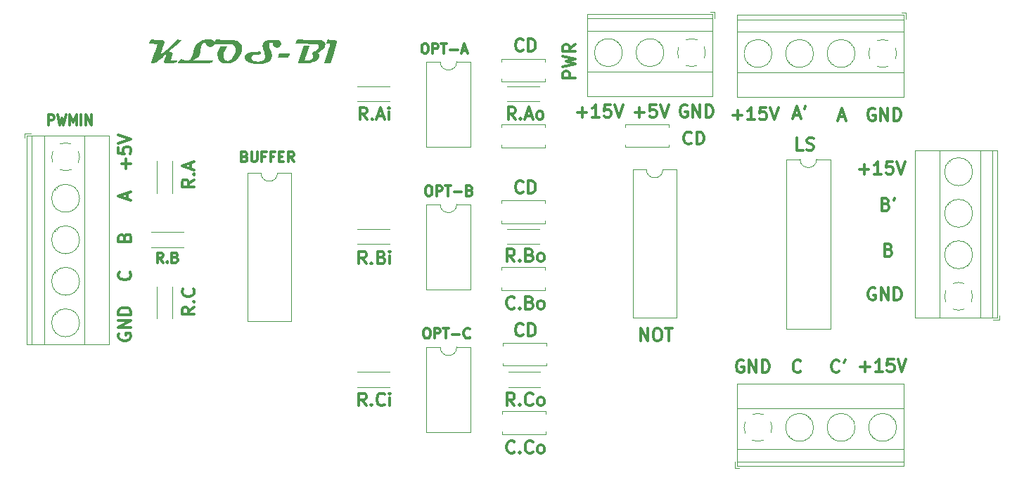
<source format=gbr>
%TF.GenerationSoftware,KiCad,Pcbnew,9.0.0*%
%TF.CreationDate,2025-03-02T18:11:32+05:30*%
%TF.ProjectId,PWM Interface Board to C2000 MCU,50574d20-496e-4746-9572-666163652042,rev?*%
%TF.SameCoordinates,Original*%
%TF.FileFunction,Legend,Top*%
%TF.FilePolarity,Positive*%
%FSLAX46Y46*%
G04 Gerber Fmt 4.6, Leading zero omitted, Abs format (unit mm)*
G04 Created by KiCad (PCBNEW 9.0.0) date 2025-03-02 18:11:32*
%MOMM*%
%LPD*%
G01*
G04 APERTURE LIST*
%ADD10C,0.300000*%
%ADD11C,0.000000*%
%ADD12C,0.120000*%
G04 APERTURE END LIST*
D10*
X29102614Y-45702857D02*
X29174042Y-45488571D01*
X29174042Y-45488571D02*
X29245471Y-45417142D01*
X29245471Y-45417142D02*
X29388328Y-45345714D01*
X29388328Y-45345714D02*
X29602614Y-45345714D01*
X29602614Y-45345714D02*
X29745471Y-45417142D01*
X29745471Y-45417142D02*
X29816900Y-45488571D01*
X29816900Y-45488571D02*
X29888328Y-45631428D01*
X29888328Y-45631428D02*
X29888328Y-46202857D01*
X29888328Y-46202857D02*
X28388328Y-46202857D01*
X28388328Y-46202857D02*
X28388328Y-45702857D01*
X28388328Y-45702857D02*
X28459757Y-45560000D01*
X28459757Y-45560000D02*
X28531185Y-45488571D01*
X28531185Y-45488571D02*
X28674042Y-45417142D01*
X28674042Y-45417142D02*
X28816900Y-45417142D01*
X28816900Y-45417142D02*
X28959757Y-45488571D01*
X28959757Y-45488571D02*
X29031185Y-45560000D01*
X29031185Y-45560000D02*
X29102614Y-45702857D01*
X29102614Y-45702857D02*
X29102614Y-46202857D01*
X28459757Y-57292856D02*
X28388328Y-57435714D01*
X28388328Y-57435714D02*
X28388328Y-57649999D01*
X28388328Y-57649999D02*
X28459757Y-57864285D01*
X28459757Y-57864285D02*
X28602614Y-58007142D01*
X28602614Y-58007142D02*
X28745471Y-58078571D01*
X28745471Y-58078571D02*
X29031185Y-58149999D01*
X29031185Y-58149999D02*
X29245471Y-58149999D01*
X29245471Y-58149999D02*
X29531185Y-58078571D01*
X29531185Y-58078571D02*
X29674042Y-58007142D01*
X29674042Y-58007142D02*
X29816900Y-57864285D01*
X29816900Y-57864285D02*
X29888328Y-57649999D01*
X29888328Y-57649999D02*
X29888328Y-57507142D01*
X29888328Y-57507142D02*
X29816900Y-57292856D01*
X29816900Y-57292856D02*
X29745471Y-57221428D01*
X29745471Y-57221428D02*
X29245471Y-57221428D01*
X29245471Y-57221428D02*
X29245471Y-57507142D01*
X29888328Y-56578571D02*
X28388328Y-56578571D01*
X28388328Y-56578571D02*
X29888328Y-55721428D01*
X29888328Y-55721428D02*
X28388328Y-55721428D01*
X29888328Y-55007142D02*
X28388328Y-55007142D01*
X28388328Y-55007142D02*
X28388328Y-54649999D01*
X28388328Y-54649999D02*
X28459757Y-54435713D01*
X28459757Y-54435713D02*
X28602614Y-54292856D01*
X28602614Y-54292856D02*
X28745471Y-54221427D01*
X28745471Y-54221427D02*
X29031185Y-54149999D01*
X29031185Y-54149999D02*
X29245471Y-54149999D01*
X29245471Y-54149999D02*
X29531185Y-54221427D01*
X29531185Y-54221427D02*
X29674042Y-54292856D01*
X29674042Y-54292856D02*
X29816900Y-54435713D01*
X29816900Y-54435713D02*
X29888328Y-54649999D01*
X29888328Y-54649999D02*
X29888328Y-55007142D01*
X102332143Y-30949400D02*
X103475001Y-30949400D01*
X102903572Y-31520828D02*
X102903572Y-30377971D01*
X104975001Y-31520828D02*
X104117858Y-31520828D01*
X104546429Y-31520828D02*
X104546429Y-30020828D01*
X104546429Y-30020828D02*
X104403572Y-30235114D01*
X104403572Y-30235114D02*
X104260715Y-30377971D01*
X104260715Y-30377971D02*
X104117858Y-30449400D01*
X106332143Y-30020828D02*
X105617857Y-30020828D01*
X105617857Y-30020828D02*
X105546429Y-30735114D01*
X105546429Y-30735114D02*
X105617857Y-30663685D01*
X105617857Y-30663685D02*
X105760715Y-30592257D01*
X105760715Y-30592257D02*
X106117857Y-30592257D01*
X106117857Y-30592257D02*
X106260715Y-30663685D01*
X106260715Y-30663685D02*
X106332143Y-30735114D01*
X106332143Y-30735114D02*
X106403572Y-30877971D01*
X106403572Y-30877971D02*
X106403572Y-31235114D01*
X106403572Y-31235114D02*
X106332143Y-31377971D01*
X106332143Y-31377971D02*
X106260715Y-31449400D01*
X106260715Y-31449400D02*
X106117857Y-31520828D01*
X106117857Y-31520828D02*
X105760715Y-31520828D01*
X105760715Y-31520828D02*
X105617857Y-31449400D01*
X105617857Y-31449400D02*
X105546429Y-31377971D01*
X106832143Y-30020828D02*
X107332143Y-31520828D01*
X107332143Y-31520828D02*
X107832143Y-30020828D01*
X109660714Y-30992257D02*
X110375000Y-30992257D01*
X109517857Y-31420828D02*
X110017857Y-29920828D01*
X110017857Y-29920828D02*
X110517857Y-31420828D01*
X111089285Y-29920828D02*
X110946428Y-30206542D01*
X76048571Y-65958328D02*
X75548571Y-65244042D01*
X75191428Y-65958328D02*
X75191428Y-64458328D01*
X75191428Y-64458328D02*
X75762857Y-64458328D01*
X75762857Y-64458328D02*
X75905714Y-64529757D01*
X75905714Y-64529757D02*
X75977143Y-64601185D01*
X75977143Y-64601185D02*
X76048571Y-64744042D01*
X76048571Y-64744042D02*
X76048571Y-64958328D01*
X76048571Y-64958328D02*
X75977143Y-65101185D01*
X75977143Y-65101185D02*
X75905714Y-65172614D01*
X75905714Y-65172614D02*
X75762857Y-65244042D01*
X75762857Y-65244042D02*
X75191428Y-65244042D01*
X76691428Y-65815471D02*
X76762857Y-65886900D01*
X76762857Y-65886900D02*
X76691428Y-65958328D01*
X76691428Y-65958328D02*
X76620000Y-65886900D01*
X76620000Y-65886900D02*
X76691428Y-65815471D01*
X76691428Y-65815471D02*
X76691428Y-65958328D01*
X78262857Y-65815471D02*
X78191429Y-65886900D01*
X78191429Y-65886900D02*
X77977143Y-65958328D01*
X77977143Y-65958328D02*
X77834286Y-65958328D01*
X77834286Y-65958328D02*
X77620000Y-65886900D01*
X77620000Y-65886900D02*
X77477143Y-65744042D01*
X77477143Y-65744042D02*
X77405714Y-65601185D01*
X77405714Y-65601185D02*
X77334286Y-65315471D01*
X77334286Y-65315471D02*
X77334286Y-65101185D01*
X77334286Y-65101185D02*
X77405714Y-64815471D01*
X77405714Y-64815471D02*
X77477143Y-64672614D01*
X77477143Y-64672614D02*
X77620000Y-64529757D01*
X77620000Y-64529757D02*
X77834286Y-64458328D01*
X77834286Y-64458328D02*
X77977143Y-64458328D01*
X77977143Y-64458328D02*
X78191429Y-64529757D01*
X78191429Y-64529757D02*
X78262857Y-64601185D01*
X79120000Y-65958328D02*
X78977143Y-65886900D01*
X78977143Y-65886900D02*
X78905714Y-65815471D01*
X78905714Y-65815471D02*
X78834286Y-65672614D01*
X78834286Y-65672614D02*
X78834286Y-65244042D01*
X78834286Y-65244042D02*
X78905714Y-65101185D01*
X78905714Y-65101185D02*
X78977143Y-65029757D01*
X78977143Y-65029757D02*
X79120000Y-64958328D01*
X79120000Y-64958328D02*
X79334286Y-64958328D01*
X79334286Y-64958328D02*
X79477143Y-65029757D01*
X79477143Y-65029757D02*
X79548572Y-65101185D01*
X79548572Y-65101185D02*
X79620000Y-65244042D01*
X79620000Y-65244042D02*
X79620000Y-65672614D01*
X79620000Y-65672614D02*
X79548572Y-65815471D01*
X79548572Y-65815471D02*
X79477143Y-65886900D01*
X79477143Y-65886900D02*
X79334286Y-65958328D01*
X79334286Y-65958328D02*
X79120000Y-65958328D01*
X110514285Y-61835471D02*
X110442857Y-61906900D01*
X110442857Y-61906900D02*
X110228571Y-61978328D01*
X110228571Y-61978328D02*
X110085714Y-61978328D01*
X110085714Y-61978328D02*
X109871428Y-61906900D01*
X109871428Y-61906900D02*
X109728571Y-61764042D01*
X109728571Y-61764042D02*
X109657142Y-61621185D01*
X109657142Y-61621185D02*
X109585714Y-61335471D01*
X109585714Y-61335471D02*
X109585714Y-61121185D01*
X109585714Y-61121185D02*
X109657142Y-60835471D01*
X109657142Y-60835471D02*
X109728571Y-60692614D01*
X109728571Y-60692614D02*
X109871428Y-60549757D01*
X109871428Y-60549757D02*
X110085714Y-60478328D01*
X110085714Y-60478328D02*
X110228571Y-60478328D01*
X110228571Y-60478328D02*
X110442857Y-60549757D01*
X110442857Y-60549757D02*
X110514285Y-60621185D01*
X77084285Y-40235471D02*
X77012857Y-40306900D01*
X77012857Y-40306900D02*
X76798571Y-40378328D01*
X76798571Y-40378328D02*
X76655714Y-40378328D01*
X76655714Y-40378328D02*
X76441428Y-40306900D01*
X76441428Y-40306900D02*
X76298571Y-40164042D01*
X76298571Y-40164042D02*
X76227142Y-40021185D01*
X76227142Y-40021185D02*
X76155714Y-39735471D01*
X76155714Y-39735471D02*
X76155714Y-39521185D01*
X76155714Y-39521185D02*
X76227142Y-39235471D01*
X76227142Y-39235471D02*
X76298571Y-39092614D01*
X76298571Y-39092614D02*
X76441428Y-38949757D01*
X76441428Y-38949757D02*
X76655714Y-38878328D01*
X76655714Y-38878328D02*
X76798571Y-38878328D01*
X76798571Y-38878328D02*
X77012857Y-38949757D01*
X77012857Y-38949757D02*
X77084285Y-39021185D01*
X77727142Y-40378328D02*
X77727142Y-38878328D01*
X77727142Y-38878328D02*
X78084285Y-38878328D01*
X78084285Y-38878328D02*
X78298571Y-38949757D01*
X78298571Y-38949757D02*
X78441428Y-39092614D01*
X78441428Y-39092614D02*
X78512857Y-39235471D01*
X78512857Y-39235471D02*
X78584285Y-39521185D01*
X78584285Y-39521185D02*
X78584285Y-39735471D01*
X78584285Y-39735471D02*
X78512857Y-40021185D01*
X78512857Y-40021185D02*
X78441428Y-40164042D01*
X78441428Y-40164042D02*
X78298571Y-40306900D01*
X78298571Y-40306900D02*
X78084285Y-40378328D01*
X78084285Y-40378328D02*
X77727142Y-40378328D01*
X110800000Y-35178328D02*
X110085714Y-35178328D01*
X110085714Y-35178328D02*
X110085714Y-33678328D01*
X111228572Y-35106900D02*
X111442858Y-35178328D01*
X111442858Y-35178328D02*
X111800000Y-35178328D01*
X111800000Y-35178328D02*
X111942858Y-35106900D01*
X111942858Y-35106900D02*
X112014286Y-35035471D01*
X112014286Y-35035471D02*
X112085715Y-34892614D01*
X112085715Y-34892614D02*
X112085715Y-34749757D01*
X112085715Y-34749757D02*
X112014286Y-34606900D01*
X112014286Y-34606900D02*
X111942858Y-34535471D01*
X111942858Y-34535471D02*
X111800000Y-34464042D01*
X111800000Y-34464042D02*
X111514286Y-34392614D01*
X111514286Y-34392614D02*
X111371429Y-34321185D01*
X111371429Y-34321185D02*
X111300000Y-34249757D01*
X111300000Y-34249757D02*
X111228572Y-34106900D01*
X111228572Y-34106900D02*
X111228572Y-33964042D01*
X111228572Y-33964042D02*
X111300000Y-33821185D01*
X111300000Y-33821185D02*
X111371429Y-33749757D01*
X111371429Y-33749757D02*
X111514286Y-33678328D01*
X111514286Y-33678328D02*
X111871429Y-33678328D01*
X111871429Y-33678328D02*
X112085715Y-33749757D01*
X119432143Y-30192257D02*
X119289286Y-30120828D01*
X119289286Y-30120828D02*
X119075000Y-30120828D01*
X119075000Y-30120828D02*
X118860714Y-30192257D01*
X118860714Y-30192257D02*
X118717857Y-30335114D01*
X118717857Y-30335114D02*
X118646428Y-30477971D01*
X118646428Y-30477971D02*
X118575000Y-30763685D01*
X118575000Y-30763685D02*
X118575000Y-30977971D01*
X118575000Y-30977971D02*
X118646428Y-31263685D01*
X118646428Y-31263685D02*
X118717857Y-31406542D01*
X118717857Y-31406542D02*
X118860714Y-31549400D01*
X118860714Y-31549400D02*
X119075000Y-31620828D01*
X119075000Y-31620828D02*
X119217857Y-31620828D01*
X119217857Y-31620828D02*
X119432143Y-31549400D01*
X119432143Y-31549400D02*
X119503571Y-31477971D01*
X119503571Y-31477971D02*
X119503571Y-30977971D01*
X119503571Y-30977971D02*
X119217857Y-30977971D01*
X120146428Y-31620828D02*
X120146428Y-30120828D01*
X120146428Y-30120828D02*
X121003571Y-31620828D01*
X121003571Y-31620828D02*
X121003571Y-30120828D01*
X121717857Y-31620828D02*
X121717857Y-30120828D01*
X121717857Y-30120828D02*
X122075000Y-30120828D01*
X122075000Y-30120828D02*
X122289286Y-30192257D01*
X122289286Y-30192257D02*
X122432143Y-30335114D01*
X122432143Y-30335114D02*
X122503572Y-30477971D01*
X122503572Y-30477971D02*
X122575000Y-30763685D01*
X122575000Y-30763685D02*
X122575000Y-30977971D01*
X122575000Y-30977971D02*
X122503572Y-31263685D01*
X122503572Y-31263685D02*
X122432143Y-31406542D01*
X122432143Y-31406542D02*
X122289286Y-31549400D01*
X122289286Y-31549400D02*
X122075000Y-31620828D01*
X122075000Y-31620828D02*
X121717857Y-31620828D01*
X121132142Y-47180114D02*
X121346428Y-47251542D01*
X121346428Y-47251542D02*
X121417857Y-47322971D01*
X121417857Y-47322971D02*
X121489285Y-47465828D01*
X121489285Y-47465828D02*
X121489285Y-47680114D01*
X121489285Y-47680114D02*
X121417857Y-47822971D01*
X121417857Y-47822971D02*
X121346428Y-47894400D01*
X121346428Y-47894400D02*
X121203571Y-47965828D01*
X121203571Y-47965828D02*
X120632142Y-47965828D01*
X120632142Y-47965828D02*
X120632142Y-46465828D01*
X120632142Y-46465828D02*
X121132142Y-46465828D01*
X121132142Y-46465828D02*
X121275000Y-46537257D01*
X121275000Y-46537257D02*
X121346428Y-46608685D01*
X121346428Y-46608685D02*
X121417857Y-46751542D01*
X121417857Y-46751542D02*
X121417857Y-46894400D01*
X121417857Y-46894400D02*
X121346428Y-47037257D01*
X121346428Y-47037257D02*
X121275000Y-47108685D01*
X121275000Y-47108685D02*
X121132142Y-47180114D01*
X121132142Y-47180114D02*
X120632142Y-47180114D01*
X58307142Y-31528328D02*
X57807142Y-30814042D01*
X57449999Y-31528328D02*
X57449999Y-30028328D01*
X57449999Y-30028328D02*
X58021428Y-30028328D01*
X58021428Y-30028328D02*
X58164285Y-30099757D01*
X58164285Y-30099757D02*
X58235714Y-30171185D01*
X58235714Y-30171185D02*
X58307142Y-30314042D01*
X58307142Y-30314042D02*
X58307142Y-30528328D01*
X58307142Y-30528328D02*
X58235714Y-30671185D01*
X58235714Y-30671185D02*
X58164285Y-30742614D01*
X58164285Y-30742614D02*
X58021428Y-30814042D01*
X58021428Y-30814042D02*
X57449999Y-30814042D01*
X58949999Y-31385471D02*
X59021428Y-31456900D01*
X59021428Y-31456900D02*
X58949999Y-31528328D01*
X58949999Y-31528328D02*
X58878571Y-31456900D01*
X58878571Y-31456900D02*
X58949999Y-31385471D01*
X58949999Y-31385471D02*
X58949999Y-31528328D01*
X59592857Y-31099757D02*
X60307143Y-31099757D01*
X59450000Y-31528328D02*
X59950000Y-30028328D01*
X59950000Y-30028328D02*
X60450000Y-31528328D01*
X60949999Y-31528328D02*
X60949999Y-30528328D01*
X60949999Y-30028328D02*
X60878571Y-30099757D01*
X60878571Y-30099757D02*
X60949999Y-30171185D01*
X60949999Y-30171185D02*
X61021428Y-30099757D01*
X61021428Y-30099757D02*
X60949999Y-30028328D01*
X60949999Y-30028328D02*
X60949999Y-30171185D01*
X37528328Y-38735714D02*
X36814042Y-39235714D01*
X37528328Y-39592857D02*
X36028328Y-39592857D01*
X36028328Y-39592857D02*
X36028328Y-39021428D01*
X36028328Y-39021428D02*
X36099757Y-38878571D01*
X36099757Y-38878571D02*
X36171185Y-38807142D01*
X36171185Y-38807142D02*
X36314042Y-38735714D01*
X36314042Y-38735714D02*
X36528328Y-38735714D01*
X36528328Y-38735714D02*
X36671185Y-38807142D01*
X36671185Y-38807142D02*
X36742614Y-38878571D01*
X36742614Y-38878571D02*
X36814042Y-39021428D01*
X36814042Y-39021428D02*
X36814042Y-39592857D01*
X37385471Y-38092857D02*
X37456900Y-38021428D01*
X37456900Y-38021428D02*
X37528328Y-38092857D01*
X37528328Y-38092857D02*
X37456900Y-38164285D01*
X37456900Y-38164285D02*
X37385471Y-38092857D01*
X37385471Y-38092857D02*
X37528328Y-38092857D01*
X37099757Y-37449999D02*
X37099757Y-36735714D01*
X37528328Y-37592856D02*
X36028328Y-37092856D01*
X36028328Y-37092856D02*
X37528328Y-36592856D01*
X115157142Y-61835471D02*
X115085714Y-61906900D01*
X115085714Y-61906900D02*
X114871428Y-61978328D01*
X114871428Y-61978328D02*
X114728571Y-61978328D01*
X114728571Y-61978328D02*
X114514285Y-61906900D01*
X114514285Y-61906900D02*
X114371428Y-61764042D01*
X114371428Y-61764042D02*
X114299999Y-61621185D01*
X114299999Y-61621185D02*
X114228571Y-61335471D01*
X114228571Y-61335471D02*
X114228571Y-61121185D01*
X114228571Y-61121185D02*
X114299999Y-60835471D01*
X114299999Y-60835471D02*
X114371428Y-60692614D01*
X114371428Y-60692614D02*
X114514285Y-60549757D01*
X114514285Y-60549757D02*
X114728571Y-60478328D01*
X114728571Y-60478328D02*
X114871428Y-60478328D01*
X114871428Y-60478328D02*
X115085714Y-60549757D01*
X115085714Y-60549757D02*
X115157142Y-60621185D01*
X115871428Y-60478328D02*
X115728571Y-60764042D01*
X37528328Y-54092857D02*
X36814042Y-54592857D01*
X37528328Y-54950000D02*
X36028328Y-54950000D01*
X36028328Y-54950000D02*
X36028328Y-54378571D01*
X36028328Y-54378571D02*
X36099757Y-54235714D01*
X36099757Y-54235714D02*
X36171185Y-54164285D01*
X36171185Y-54164285D02*
X36314042Y-54092857D01*
X36314042Y-54092857D02*
X36528328Y-54092857D01*
X36528328Y-54092857D02*
X36671185Y-54164285D01*
X36671185Y-54164285D02*
X36742614Y-54235714D01*
X36742614Y-54235714D02*
X36814042Y-54378571D01*
X36814042Y-54378571D02*
X36814042Y-54950000D01*
X37385471Y-53450000D02*
X37456900Y-53378571D01*
X37456900Y-53378571D02*
X37528328Y-53450000D01*
X37528328Y-53450000D02*
X37456900Y-53521428D01*
X37456900Y-53521428D02*
X37385471Y-53450000D01*
X37385471Y-53450000D02*
X37528328Y-53450000D01*
X37385471Y-51878571D02*
X37456900Y-51949999D01*
X37456900Y-51949999D02*
X37528328Y-52164285D01*
X37528328Y-52164285D02*
X37528328Y-52307142D01*
X37528328Y-52307142D02*
X37456900Y-52521428D01*
X37456900Y-52521428D02*
X37314042Y-52664285D01*
X37314042Y-52664285D02*
X37171185Y-52735714D01*
X37171185Y-52735714D02*
X36885471Y-52807142D01*
X36885471Y-52807142D02*
X36671185Y-52807142D01*
X36671185Y-52807142D02*
X36385471Y-52735714D01*
X36385471Y-52735714D02*
X36242614Y-52664285D01*
X36242614Y-52664285D02*
X36099757Y-52521428D01*
X36099757Y-52521428D02*
X36028328Y-52307142D01*
X36028328Y-52307142D02*
X36028328Y-52164285D01*
X36028328Y-52164285D02*
X36099757Y-51949999D01*
X36099757Y-51949999D02*
X36171185Y-51878571D01*
X65171428Y-22339542D02*
X65400000Y-22339542D01*
X65400000Y-22339542D02*
X65514285Y-22396685D01*
X65514285Y-22396685D02*
X65628571Y-22510971D01*
X65628571Y-22510971D02*
X65685714Y-22739542D01*
X65685714Y-22739542D02*
X65685714Y-23139542D01*
X65685714Y-23139542D02*
X65628571Y-23368114D01*
X65628571Y-23368114D02*
X65514285Y-23482400D01*
X65514285Y-23482400D02*
X65400000Y-23539542D01*
X65400000Y-23539542D02*
X65171428Y-23539542D01*
X65171428Y-23539542D02*
X65057143Y-23482400D01*
X65057143Y-23482400D02*
X64942857Y-23368114D01*
X64942857Y-23368114D02*
X64885714Y-23139542D01*
X64885714Y-23139542D02*
X64885714Y-22739542D01*
X64885714Y-22739542D02*
X64942857Y-22510971D01*
X64942857Y-22510971D02*
X65057143Y-22396685D01*
X65057143Y-22396685D02*
X65171428Y-22339542D01*
X66200000Y-23539542D02*
X66200000Y-22339542D01*
X66200000Y-22339542D02*
X66657143Y-22339542D01*
X66657143Y-22339542D02*
X66771428Y-22396685D01*
X66771428Y-22396685D02*
X66828571Y-22453828D01*
X66828571Y-22453828D02*
X66885714Y-22568114D01*
X66885714Y-22568114D02*
X66885714Y-22739542D01*
X66885714Y-22739542D02*
X66828571Y-22853828D01*
X66828571Y-22853828D02*
X66771428Y-22910971D01*
X66771428Y-22910971D02*
X66657143Y-22968114D01*
X66657143Y-22968114D02*
X66200000Y-22968114D01*
X67228571Y-22339542D02*
X67914286Y-22339542D01*
X67571428Y-23539542D02*
X67571428Y-22339542D01*
X68314286Y-23082400D02*
X69228572Y-23082400D01*
X69742857Y-23196685D02*
X70314286Y-23196685D01*
X69628571Y-23539542D02*
X70028571Y-22339542D01*
X70028571Y-22339542D02*
X70428571Y-23539542D01*
X96825499Y-29793036D02*
X96682642Y-29721607D01*
X96682642Y-29721607D02*
X96468356Y-29721607D01*
X96468356Y-29721607D02*
X96254070Y-29793036D01*
X96254070Y-29793036D02*
X96111213Y-29935893D01*
X96111213Y-29935893D02*
X96039784Y-30078750D01*
X96039784Y-30078750D02*
X95968356Y-30364464D01*
X95968356Y-30364464D02*
X95968356Y-30578750D01*
X95968356Y-30578750D02*
X96039784Y-30864464D01*
X96039784Y-30864464D02*
X96111213Y-31007321D01*
X96111213Y-31007321D02*
X96254070Y-31150179D01*
X96254070Y-31150179D02*
X96468356Y-31221607D01*
X96468356Y-31221607D02*
X96611213Y-31221607D01*
X96611213Y-31221607D02*
X96825499Y-31150179D01*
X96825499Y-31150179D02*
X96896927Y-31078750D01*
X96896927Y-31078750D02*
X96896927Y-30578750D01*
X96896927Y-30578750D02*
X96611213Y-30578750D01*
X97539784Y-31221607D02*
X97539784Y-29721607D01*
X97539784Y-29721607D02*
X98396927Y-31221607D01*
X98396927Y-31221607D02*
X98396927Y-29721607D01*
X99111213Y-31221607D02*
X99111213Y-29721607D01*
X99111213Y-29721607D02*
X99468356Y-29721607D01*
X99468356Y-29721607D02*
X99682642Y-29793036D01*
X99682642Y-29793036D02*
X99825499Y-29935893D01*
X99825499Y-29935893D02*
X99896928Y-30078750D01*
X99896928Y-30078750D02*
X99968356Y-30364464D01*
X99968356Y-30364464D02*
X99968356Y-30578750D01*
X99968356Y-30578750D02*
X99896928Y-30864464D01*
X99896928Y-30864464D02*
X99825499Y-31007321D01*
X99825499Y-31007321D02*
X99682642Y-31150179D01*
X99682642Y-31150179D02*
X99468356Y-31221607D01*
X99468356Y-31221607D02*
X99111213Y-31221607D01*
X97364285Y-34335471D02*
X97292857Y-34406900D01*
X97292857Y-34406900D02*
X97078571Y-34478328D01*
X97078571Y-34478328D02*
X96935714Y-34478328D01*
X96935714Y-34478328D02*
X96721428Y-34406900D01*
X96721428Y-34406900D02*
X96578571Y-34264042D01*
X96578571Y-34264042D02*
X96507142Y-34121185D01*
X96507142Y-34121185D02*
X96435714Y-33835471D01*
X96435714Y-33835471D02*
X96435714Y-33621185D01*
X96435714Y-33621185D02*
X96507142Y-33335471D01*
X96507142Y-33335471D02*
X96578571Y-33192614D01*
X96578571Y-33192614D02*
X96721428Y-33049757D01*
X96721428Y-33049757D02*
X96935714Y-32978328D01*
X96935714Y-32978328D02*
X97078571Y-32978328D01*
X97078571Y-32978328D02*
X97292857Y-33049757D01*
X97292857Y-33049757D02*
X97364285Y-33121185D01*
X98007142Y-34478328D02*
X98007142Y-32978328D01*
X98007142Y-32978328D02*
X98364285Y-32978328D01*
X98364285Y-32978328D02*
X98578571Y-33049757D01*
X98578571Y-33049757D02*
X98721428Y-33192614D01*
X98721428Y-33192614D02*
X98792857Y-33335471D01*
X98792857Y-33335471D02*
X98864285Y-33621185D01*
X98864285Y-33621185D02*
X98864285Y-33835471D01*
X98864285Y-33835471D02*
X98792857Y-34121185D01*
X98792857Y-34121185D02*
X98721428Y-34264042D01*
X98721428Y-34264042D02*
X98578571Y-34406900D01*
X98578571Y-34406900D02*
X98364285Y-34478328D01*
X98364285Y-34478328D02*
X98007142Y-34478328D01*
X58199999Y-48878328D02*
X57699999Y-48164042D01*
X57342856Y-48878328D02*
X57342856Y-47378328D01*
X57342856Y-47378328D02*
X57914285Y-47378328D01*
X57914285Y-47378328D02*
X58057142Y-47449757D01*
X58057142Y-47449757D02*
X58128571Y-47521185D01*
X58128571Y-47521185D02*
X58199999Y-47664042D01*
X58199999Y-47664042D02*
X58199999Y-47878328D01*
X58199999Y-47878328D02*
X58128571Y-48021185D01*
X58128571Y-48021185D02*
X58057142Y-48092614D01*
X58057142Y-48092614D02*
X57914285Y-48164042D01*
X57914285Y-48164042D02*
X57342856Y-48164042D01*
X58842856Y-48735471D02*
X58914285Y-48806900D01*
X58914285Y-48806900D02*
X58842856Y-48878328D01*
X58842856Y-48878328D02*
X58771428Y-48806900D01*
X58771428Y-48806900D02*
X58842856Y-48735471D01*
X58842856Y-48735471D02*
X58842856Y-48878328D01*
X60057142Y-48092614D02*
X60271428Y-48164042D01*
X60271428Y-48164042D02*
X60342857Y-48235471D01*
X60342857Y-48235471D02*
X60414285Y-48378328D01*
X60414285Y-48378328D02*
X60414285Y-48592614D01*
X60414285Y-48592614D02*
X60342857Y-48735471D01*
X60342857Y-48735471D02*
X60271428Y-48806900D01*
X60271428Y-48806900D02*
X60128571Y-48878328D01*
X60128571Y-48878328D02*
X59557142Y-48878328D01*
X59557142Y-48878328D02*
X59557142Y-47378328D01*
X59557142Y-47378328D02*
X60057142Y-47378328D01*
X60057142Y-47378328D02*
X60200000Y-47449757D01*
X60200000Y-47449757D02*
X60271428Y-47521185D01*
X60271428Y-47521185D02*
X60342857Y-47664042D01*
X60342857Y-47664042D02*
X60342857Y-47806900D01*
X60342857Y-47806900D02*
X60271428Y-47949757D01*
X60271428Y-47949757D02*
X60200000Y-48021185D01*
X60200000Y-48021185D02*
X60057142Y-48092614D01*
X60057142Y-48092614D02*
X59557142Y-48092614D01*
X61057142Y-48878328D02*
X61057142Y-47878328D01*
X61057142Y-47378328D02*
X60985714Y-47449757D01*
X60985714Y-47449757D02*
X61057142Y-47521185D01*
X61057142Y-47521185D02*
X61128571Y-47449757D01*
X61128571Y-47449757D02*
X61057142Y-47378328D01*
X61057142Y-47378328D02*
X61057142Y-47521185D01*
X76048571Y-48588328D02*
X75548571Y-47874042D01*
X75191428Y-48588328D02*
X75191428Y-47088328D01*
X75191428Y-47088328D02*
X75762857Y-47088328D01*
X75762857Y-47088328D02*
X75905714Y-47159757D01*
X75905714Y-47159757D02*
X75977143Y-47231185D01*
X75977143Y-47231185D02*
X76048571Y-47374042D01*
X76048571Y-47374042D02*
X76048571Y-47588328D01*
X76048571Y-47588328D02*
X75977143Y-47731185D01*
X75977143Y-47731185D02*
X75905714Y-47802614D01*
X75905714Y-47802614D02*
X75762857Y-47874042D01*
X75762857Y-47874042D02*
X75191428Y-47874042D01*
X76691428Y-48445471D02*
X76762857Y-48516900D01*
X76762857Y-48516900D02*
X76691428Y-48588328D01*
X76691428Y-48588328D02*
X76620000Y-48516900D01*
X76620000Y-48516900D02*
X76691428Y-48445471D01*
X76691428Y-48445471D02*
X76691428Y-48588328D01*
X77905714Y-47802614D02*
X78120000Y-47874042D01*
X78120000Y-47874042D02*
X78191429Y-47945471D01*
X78191429Y-47945471D02*
X78262857Y-48088328D01*
X78262857Y-48088328D02*
X78262857Y-48302614D01*
X78262857Y-48302614D02*
X78191429Y-48445471D01*
X78191429Y-48445471D02*
X78120000Y-48516900D01*
X78120000Y-48516900D02*
X77977143Y-48588328D01*
X77977143Y-48588328D02*
X77405714Y-48588328D01*
X77405714Y-48588328D02*
X77405714Y-47088328D01*
X77405714Y-47088328D02*
X77905714Y-47088328D01*
X77905714Y-47088328D02*
X78048572Y-47159757D01*
X78048572Y-47159757D02*
X78120000Y-47231185D01*
X78120000Y-47231185D02*
X78191429Y-47374042D01*
X78191429Y-47374042D02*
X78191429Y-47516900D01*
X78191429Y-47516900D02*
X78120000Y-47659757D01*
X78120000Y-47659757D02*
X78048572Y-47731185D01*
X78048572Y-47731185D02*
X77905714Y-47802614D01*
X77905714Y-47802614D02*
X77405714Y-47802614D01*
X79120000Y-48588328D02*
X78977143Y-48516900D01*
X78977143Y-48516900D02*
X78905714Y-48445471D01*
X78905714Y-48445471D02*
X78834286Y-48302614D01*
X78834286Y-48302614D02*
X78834286Y-47874042D01*
X78834286Y-47874042D02*
X78905714Y-47731185D01*
X78905714Y-47731185D02*
X78977143Y-47659757D01*
X78977143Y-47659757D02*
X79120000Y-47588328D01*
X79120000Y-47588328D02*
X79334286Y-47588328D01*
X79334286Y-47588328D02*
X79477143Y-47659757D01*
X79477143Y-47659757D02*
X79548572Y-47731185D01*
X79548572Y-47731185D02*
X79620000Y-47874042D01*
X79620000Y-47874042D02*
X79620000Y-48302614D01*
X79620000Y-48302614D02*
X79548572Y-48445471D01*
X79548572Y-48445471D02*
X79477143Y-48516900D01*
X79477143Y-48516900D02*
X79334286Y-48588328D01*
X79334286Y-48588328D02*
X79120000Y-48588328D01*
X83625499Y-30650179D02*
X84768357Y-30650179D01*
X84196928Y-31221607D02*
X84196928Y-30078750D01*
X86268357Y-31221607D02*
X85411214Y-31221607D01*
X85839785Y-31221607D02*
X85839785Y-29721607D01*
X85839785Y-29721607D02*
X85696928Y-29935893D01*
X85696928Y-29935893D02*
X85554071Y-30078750D01*
X85554071Y-30078750D02*
X85411214Y-30150179D01*
X87625499Y-29721607D02*
X86911213Y-29721607D01*
X86911213Y-29721607D02*
X86839785Y-30435893D01*
X86839785Y-30435893D02*
X86911213Y-30364464D01*
X86911213Y-30364464D02*
X87054071Y-30293036D01*
X87054071Y-30293036D02*
X87411213Y-30293036D01*
X87411213Y-30293036D02*
X87554071Y-30364464D01*
X87554071Y-30364464D02*
X87625499Y-30435893D01*
X87625499Y-30435893D02*
X87696928Y-30578750D01*
X87696928Y-30578750D02*
X87696928Y-30935893D01*
X87696928Y-30935893D02*
X87625499Y-31078750D01*
X87625499Y-31078750D02*
X87554071Y-31150179D01*
X87554071Y-31150179D02*
X87411213Y-31221607D01*
X87411213Y-31221607D02*
X87054071Y-31221607D01*
X87054071Y-31221607D02*
X86911213Y-31150179D01*
X86911213Y-31150179D02*
X86839785Y-31078750D01*
X88125499Y-29721607D02*
X88625499Y-31221607D01*
X88625499Y-31221607D02*
X89125499Y-29721607D01*
X103607143Y-60549757D02*
X103464286Y-60478328D01*
X103464286Y-60478328D02*
X103250000Y-60478328D01*
X103250000Y-60478328D02*
X103035714Y-60549757D01*
X103035714Y-60549757D02*
X102892857Y-60692614D01*
X102892857Y-60692614D02*
X102821428Y-60835471D01*
X102821428Y-60835471D02*
X102750000Y-61121185D01*
X102750000Y-61121185D02*
X102750000Y-61335471D01*
X102750000Y-61335471D02*
X102821428Y-61621185D01*
X102821428Y-61621185D02*
X102892857Y-61764042D01*
X102892857Y-61764042D02*
X103035714Y-61906900D01*
X103035714Y-61906900D02*
X103250000Y-61978328D01*
X103250000Y-61978328D02*
X103392857Y-61978328D01*
X103392857Y-61978328D02*
X103607143Y-61906900D01*
X103607143Y-61906900D02*
X103678571Y-61835471D01*
X103678571Y-61835471D02*
X103678571Y-61335471D01*
X103678571Y-61335471D02*
X103392857Y-61335471D01*
X104321428Y-61978328D02*
X104321428Y-60478328D01*
X104321428Y-60478328D02*
X105178571Y-61978328D01*
X105178571Y-61978328D02*
X105178571Y-60478328D01*
X105892857Y-61978328D02*
X105892857Y-60478328D01*
X105892857Y-60478328D02*
X106250000Y-60478328D01*
X106250000Y-60478328D02*
X106464286Y-60549757D01*
X106464286Y-60549757D02*
X106607143Y-60692614D01*
X106607143Y-60692614D02*
X106678572Y-60835471D01*
X106678572Y-60835471D02*
X106750000Y-61121185D01*
X106750000Y-61121185D02*
X106750000Y-61335471D01*
X106750000Y-61335471D02*
X106678572Y-61621185D01*
X106678572Y-61621185D02*
X106607143Y-61764042D01*
X106607143Y-61764042D02*
X106464286Y-61906900D01*
X106464286Y-61906900D02*
X106250000Y-61978328D01*
X106250000Y-61978328D02*
X105892857Y-61978328D01*
X65385714Y-56639542D02*
X65614286Y-56639542D01*
X65614286Y-56639542D02*
X65728571Y-56696685D01*
X65728571Y-56696685D02*
X65842857Y-56810971D01*
X65842857Y-56810971D02*
X65900000Y-57039542D01*
X65900000Y-57039542D02*
X65900000Y-57439542D01*
X65900000Y-57439542D02*
X65842857Y-57668114D01*
X65842857Y-57668114D02*
X65728571Y-57782400D01*
X65728571Y-57782400D02*
X65614286Y-57839542D01*
X65614286Y-57839542D02*
X65385714Y-57839542D01*
X65385714Y-57839542D02*
X65271429Y-57782400D01*
X65271429Y-57782400D02*
X65157143Y-57668114D01*
X65157143Y-57668114D02*
X65100000Y-57439542D01*
X65100000Y-57439542D02*
X65100000Y-57039542D01*
X65100000Y-57039542D02*
X65157143Y-56810971D01*
X65157143Y-56810971D02*
X65271429Y-56696685D01*
X65271429Y-56696685D02*
X65385714Y-56639542D01*
X66414286Y-57839542D02*
X66414286Y-56639542D01*
X66414286Y-56639542D02*
X66871429Y-56639542D01*
X66871429Y-56639542D02*
X66985714Y-56696685D01*
X66985714Y-56696685D02*
X67042857Y-56753828D01*
X67042857Y-56753828D02*
X67100000Y-56868114D01*
X67100000Y-56868114D02*
X67100000Y-57039542D01*
X67100000Y-57039542D02*
X67042857Y-57153828D01*
X67042857Y-57153828D02*
X66985714Y-57210971D01*
X66985714Y-57210971D02*
X66871429Y-57268114D01*
X66871429Y-57268114D02*
X66414286Y-57268114D01*
X67442857Y-56639542D02*
X68128572Y-56639542D01*
X67785714Y-57839542D02*
X67785714Y-56639542D01*
X68528572Y-57382400D02*
X69442858Y-57382400D01*
X70700000Y-57725257D02*
X70642857Y-57782400D01*
X70642857Y-57782400D02*
X70471429Y-57839542D01*
X70471429Y-57839542D02*
X70357143Y-57839542D01*
X70357143Y-57839542D02*
X70185714Y-57782400D01*
X70185714Y-57782400D02*
X70071429Y-57668114D01*
X70071429Y-57668114D02*
X70014286Y-57553828D01*
X70014286Y-57553828D02*
X69957143Y-57325257D01*
X69957143Y-57325257D02*
X69957143Y-57153828D01*
X69957143Y-57153828D02*
X70014286Y-56925257D01*
X70014286Y-56925257D02*
X70071429Y-56810971D01*
X70071429Y-56810971D02*
X70185714Y-56696685D01*
X70185714Y-56696685D02*
X70357143Y-56639542D01*
X70357143Y-56639542D02*
X70471429Y-56639542D01*
X70471429Y-56639542D02*
X70642857Y-56696685D01*
X70642857Y-56696685D02*
X70700000Y-56753828D01*
X91264285Y-58178328D02*
X91264285Y-56678328D01*
X91264285Y-56678328D02*
X92121428Y-58178328D01*
X92121428Y-58178328D02*
X92121428Y-56678328D01*
X93121429Y-56678328D02*
X93407143Y-56678328D01*
X93407143Y-56678328D02*
X93550000Y-56749757D01*
X93550000Y-56749757D02*
X93692857Y-56892614D01*
X93692857Y-56892614D02*
X93764286Y-57178328D01*
X93764286Y-57178328D02*
X93764286Y-57678328D01*
X93764286Y-57678328D02*
X93692857Y-57964042D01*
X93692857Y-57964042D02*
X93550000Y-58106900D01*
X93550000Y-58106900D02*
X93407143Y-58178328D01*
X93407143Y-58178328D02*
X93121429Y-58178328D01*
X93121429Y-58178328D02*
X92978572Y-58106900D01*
X92978572Y-58106900D02*
X92835714Y-57964042D01*
X92835714Y-57964042D02*
X92764286Y-57678328D01*
X92764286Y-57678328D02*
X92764286Y-57178328D01*
X92764286Y-57178328D02*
X92835714Y-56892614D01*
X92835714Y-56892614D02*
X92978572Y-56749757D01*
X92978572Y-56749757D02*
X93121429Y-56678328D01*
X94192858Y-56678328D02*
X95050001Y-56678328D01*
X94621429Y-58178328D02*
X94621429Y-56678328D01*
X29459757Y-41077142D02*
X29459757Y-40362857D01*
X29888328Y-41219999D02*
X28388328Y-40719999D01*
X28388328Y-40719999D02*
X29888328Y-40219999D01*
X65635714Y-39489542D02*
X65864286Y-39489542D01*
X65864286Y-39489542D02*
X65978571Y-39546685D01*
X65978571Y-39546685D02*
X66092857Y-39660971D01*
X66092857Y-39660971D02*
X66150000Y-39889542D01*
X66150000Y-39889542D02*
X66150000Y-40289542D01*
X66150000Y-40289542D02*
X66092857Y-40518114D01*
X66092857Y-40518114D02*
X65978571Y-40632400D01*
X65978571Y-40632400D02*
X65864286Y-40689542D01*
X65864286Y-40689542D02*
X65635714Y-40689542D01*
X65635714Y-40689542D02*
X65521429Y-40632400D01*
X65521429Y-40632400D02*
X65407143Y-40518114D01*
X65407143Y-40518114D02*
X65350000Y-40289542D01*
X65350000Y-40289542D02*
X65350000Y-39889542D01*
X65350000Y-39889542D02*
X65407143Y-39660971D01*
X65407143Y-39660971D02*
X65521429Y-39546685D01*
X65521429Y-39546685D02*
X65635714Y-39489542D01*
X66664286Y-40689542D02*
X66664286Y-39489542D01*
X66664286Y-39489542D02*
X67121429Y-39489542D01*
X67121429Y-39489542D02*
X67235714Y-39546685D01*
X67235714Y-39546685D02*
X67292857Y-39603828D01*
X67292857Y-39603828D02*
X67350000Y-39718114D01*
X67350000Y-39718114D02*
X67350000Y-39889542D01*
X67350000Y-39889542D02*
X67292857Y-40003828D01*
X67292857Y-40003828D02*
X67235714Y-40060971D01*
X67235714Y-40060971D02*
X67121429Y-40118114D01*
X67121429Y-40118114D02*
X66664286Y-40118114D01*
X67692857Y-39489542D02*
X68378572Y-39489542D01*
X68035714Y-40689542D02*
X68035714Y-39489542D01*
X68778572Y-40232400D02*
X69692858Y-40232400D01*
X70664286Y-40060971D02*
X70835714Y-40118114D01*
X70835714Y-40118114D02*
X70892857Y-40175257D01*
X70892857Y-40175257D02*
X70950000Y-40289542D01*
X70950000Y-40289542D02*
X70950000Y-40460971D01*
X70950000Y-40460971D02*
X70892857Y-40575257D01*
X70892857Y-40575257D02*
X70835714Y-40632400D01*
X70835714Y-40632400D02*
X70721429Y-40689542D01*
X70721429Y-40689542D02*
X70264286Y-40689542D01*
X70264286Y-40689542D02*
X70264286Y-39489542D01*
X70264286Y-39489542D02*
X70664286Y-39489542D01*
X70664286Y-39489542D02*
X70778572Y-39546685D01*
X70778572Y-39546685D02*
X70835714Y-39603828D01*
X70835714Y-39603828D02*
X70892857Y-39718114D01*
X70892857Y-39718114D02*
X70892857Y-39832400D01*
X70892857Y-39832400D02*
X70835714Y-39946685D01*
X70835714Y-39946685D02*
X70778572Y-40003828D01*
X70778572Y-40003828D02*
X70664286Y-40060971D01*
X70664286Y-40060971D02*
X70264286Y-40060971D01*
X58199999Y-65978328D02*
X57699999Y-65264042D01*
X57342856Y-65978328D02*
X57342856Y-64478328D01*
X57342856Y-64478328D02*
X57914285Y-64478328D01*
X57914285Y-64478328D02*
X58057142Y-64549757D01*
X58057142Y-64549757D02*
X58128571Y-64621185D01*
X58128571Y-64621185D02*
X58199999Y-64764042D01*
X58199999Y-64764042D02*
X58199999Y-64978328D01*
X58199999Y-64978328D02*
X58128571Y-65121185D01*
X58128571Y-65121185D02*
X58057142Y-65192614D01*
X58057142Y-65192614D02*
X57914285Y-65264042D01*
X57914285Y-65264042D02*
X57342856Y-65264042D01*
X58842856Y-65835471D02*
X58914285Y-65906900D01*
X58914285Y-65906900D02*
X58842856Y-65978328D01*
X58842856Y-65978328D02*
X58771428Y-65906900D01*
X58771428Y-65906900D02*
X58842856Y-65835471D01*
X58842856Y-65835471D02*
X58842856Y-65978328D01*
X60414285Y-65835471D02*
X60342857Y-65906900D01*
X60342857Y-65906900D02*
X60128571Y-65978328D01*
X60128571Y-65978328D02*
X59985714Y-65978328D01*
X59985714Y-65978328D02*
X59771428Y-65906900D01*
X59771428Y-65906900D02*
X59628571Y-65764042D01*
X59628571Y-65764042D02*
X59557142Y-65621185D01*
X59557142Y-65621185D02*
X59485714Y-65335471D01*
X59485714Y-65335471D02*
X59485714Y-65121185D01*
X59485714Y-65121185D02*
X59557142Y-64835471D01*
X59557142Y-64835471D02*
X59628571Y-64692614D01*
X59628571Y-64692614D02*
X59771428Y-64549757D01*
X59771428Y-64549757D02*
X59985714Y-64478328D01*
X59985714Y-64478328D02*
X60128571Y-64478328D01*
X60128571Y-64478328D02*
X60342857Y-64549757D01*
X60342857Y-64549757D02*
X60414285Y-64621185D01*
X61057142Y-65978328D02*
X61057142Y-64978328D01*
X61057142Y-64478328D02*
X60985714Y-64549757D01*
X60985714Y-64549757D02*
X61057142Y-64621185D01*
X61057142Y-64621185D02*
X61128571Y-64549757D01*
X61128571Y-64549757D02*
X61057142Y-64478328D01*
X61057142Y-64478328D02*
X61057142Y-64621185D01*
X90539784Y-30650179D02*
X91682642Y-30650179D01*
X91111213Y-31221607D02*
X91111213Y-30078750D01*
X93111213Y-29721607D02*
X92396927Y-29721607D01*
X92396927Y-29721607D02*
X92325499Y-30435893D01*
X92325499Y-30435893D02*
X92396927Y-30364464D01*
X92396927Y-30364464D02*
X92539785Y-30293036D01*
X92539785Y-30293036D02*
X92896927Y-30293036D01*
X92896927Y-30293036D02*
X93039785Y-30364464D01*
X93039785Y-30364464D02*
X93111213Y-30435893D01*
X93111213Y-30435893D02*
X93182642Y-30578750D01*
X93182642Y-30578750D02*
X93182642Y-30935893D01*
X93182642Y-30935893D02*
X93111213Y-31078750D01*
X93111213Y-31078750D02*
X93039785Y-31150179D01*
X93039785Y-31150179D02*
X92896927Y-31221607D01*
X92896927Y-31221607D02*
X92539785Y-31221607D01*
X92539785Y-31221607D02*
X92396927Y-31150179D01*
X92396927Y-31150179D02*
X92325499Y-31078750D01*
X93611213Y-29721607D02*
X94111213Y-31221607D01*
X94111213Y-31221607D02*
X94611213Y-29721607D01*
X77084285Y-57435471D02*
X77012857Y-57506900D01*
X77012857Y-57506900D02*
X76798571Y-57578328D01*
X76798571Y-57578328D02*
X76655714Y-57578328D01*
X76655714Y-57578328D02*
X76441428Y-57506900D01*
X76441428Y-57506900D02*
X76298571Y-57364042D01*
X76298571Y-57364042D02*
X76227142Y-57221185D01*
X76227142Y-57221185D02*
X76155714Y-56935471D01*
X76155714Y-56935471D02*
X76155714Y-56721185D01*
X76155714Y-56721185D02*
X76227142Y-56435471D01*
X76227142Y-56435471D02*
X76298571Y-56292614D01*
X76298571Y-56292614D02*
X76441428Y-56149757D01*
X76441428Y-56149757D02*
X76655714Y-56078328D01*
X76655714Y-56078328D02*
X76798571Y-56078328D01*
X76798571Y-56078328D02*
X77012857Y-56149757D01*
X77012857Y-56149757D02*
X77084285Y-56221185D01*
X77727142Y-57578328D02*
X77727142Y-56078328D01*
X77727142Y-56078328D02*
X78084285Y-56078328D01*
X78084285Y-56078328D02*
X78298571Y-56149757D01*
X78298571Y-56149757D02*
X78441428Y-56292614D01*
X78441428Y-56292614D02*
X78512857Y-56435471D01*
X78512857Y-56435471D02*
X78584285Y-56721185D01*
X78584285Y-56721185D02*
X78584285Y-56935471D01*
X78584285Y-56935471D02*
X78512857Y-57221185D01*
X78512857Y-57221185D02*
X78441428Y-57364042D01*
X78441428Y-57364042D02*
X78298571Y-57506900D01*
X78298571Y-57506900D02*
X78084285Y-57578328D01*
X78084285Y-57578328D02*
X77727142Y-57578328D01*
X29316900Y-37416071D02*
X29316900Y-36273214D01*
X29888328Y-36844642D02*
X28745471Y-36844642D01*
X28388328Y-34844642D02*
X28388328Y-35558928D01*
X28388328Y-35558928D02*
X29102614Y-35630356D01*
X29102614Y-35630356D02*
X29031185Y-35558928D01*
X29031185Y-35558928D02*
X28959757Y-35416071D01*
X28959757Y-35416071D02*
X28959757Y-35058928D01*
X28959757Y-35058928D02*
X29031185Y-34916071D01*
X29031185Y-34916071D02*
X29102614Y-34844642D01*
X29102614Y-34844642D02*
X29245471Y-34773213D01*
X29245471Y-34773213D02*
X29602614Y-34773213D01*
X29602614Y-34773213D02*
X29745471Y-34844642D01*
X29745471Y-34844642D02*
X29816900Y-34916071D01*
X29816900Y-34916071D02*
X29888328Y-35058928D01*
X29888328Y-35058928D02*
X29888328Y-35416071D01*
X29888328Y-35416071D02*
X29816900Y-35558928D01*
X29816900Y-35558928D02*
X29745471Y-35630356D01*
X28388328Y-34344642D02*
X29888328Y-33844642D01*
X29888328Y-33844642D02*
X28388328Y-33344642D01*
X33735714Y-48739542D02*
X33335714Y-48168114D01*
X33050000Y-48739542D02*
X33050000Y-47539542D01*
X33050000Y-47539542D02*
X33507143Y-47539542D01*
X33507143Y-47539542D02*
X33621428Y-47596685D01*
X33621428Y-47596685D02*
X33678571Y-47653828D01*
X33678571Y-47653828D02*
X33735714Y-47768114D01*
X33735714Y-47768114D02*
X33735714Y-47939542D01*
X33735714Y-47939542D02*
X33678571Y-48053828D01*
X33678571Y-48053828D02*
X33621428Y-48110971D01*
X33621428Y-48110971D02*
X33507143Y-48168114D01*
X33507143Y-48168114D02*
X33050000Y-48168114D01*
X34250000Y-48625257D02*
X34307143Y-48682400D01*
X34307143Y-48682400D02*
X34250000Y-48739542D01*
X34250000Y-48739542D02*
X34192857Y-48682400D01*
X34192857Y-48682400D02*
X34250000Y-48625257D01*
X34250000Y-48625257D02*
X34250000Y-48739542D01*
X35221429Y-48110971D02*
X35392857Y-48168114D01*
X35392857Y-48168114D02*
X35450000Y-48225257D01*
X35450000Y-48225257D02*
X35507143Y-48339542D01*
X35507143Y-48339542D02*
X35507143Y-48510971D01*
X35507143Y-48510971D02*
X35450000Y-48625257D01*
X35450000Y-48625257D02*
X35392857Y-48682400D01*
X35392857Y-48682400D02*
X35278572Y-48739542D01*
X35278572Y-48739542D02*
X34821429Y-48739542D01*
X34821429Y-48739542D02*
X34821429Y-47539542D01*
X34821429Y-47539542D02*
X35221429Y-47539542D01*
X35221429Y-47539542D02*
X35335715Y-47596685D01*
X35335715Y-47596685D02*
X35392857Y-47653828D01*
X35392857Y-47653828D02*
X35450000Y-47768114D01*
X35450000Y-47768114D02*
X35450000Y-47882400D01*
X35450000Y-47882400D02*
X35392857Y-47996685D01*
X35392857Y-47996685D02*
X35335715Y-48053828D01*
X35335715Y-48053828D02*
X35221429Y-48110971D01*
X35221429Y-48110971D02*
X34821429Y-48110971D01*
X83378328Y-26500000D02*
X81878328Y-26500000D01*
X81878328Y-26500000D02*
X81878328Y-25928571D01*
X81878328Y-25928571D02*
X81949757Y-25785714D01*
X81949757Y-25785714D02*
X82021185Y-25714285D01*
X82021185Y-25714285D02*
X82164042Y-25642857D01*
X82164042Y-25642857D02*
X82378328Y-25642857D01*
X82378328Y-25642857D02*
X82521185Y-25714285D01*
X82521185Y-25714285D02*
X82592614Y-25785714D01*
X82592614Y-25785714D02*
X82664042Y-25928571D01*
X82664042Y-25928571D02*
X82664042Y-26500000D01*
X81878328Y-25142857D02*
X83378328Y-24785714D01*
X83378328Y-24785714D02*
X82306900Y-24500000D01*
X82306900Y-24500000D02*
X83378328Y-24214285D01*
X83378328Y-24214285D02*
X81878328Y-23857143D01*
X83378328Y-22428571D02*
X82664042Y-22928571D01*
X83378328Y-23285714D02*
X81878328Y-23285714D01*
X81878328Y-23285714D02*
X81878328Y-22714285D01*
X81878328Y-22714285D02*
X81949757Y-22571428D01*
X81949757Y-22571428D02*
X82021185Y-22499999D01*
X82021185Y-22499999D02*
X82164042Y-22428571D01*
X82164042Y-22428571D02*
X82378328Y-22428571D01*
X82378328Y-22428571D02*
X82521185Y-22499999D01*
X82521185Y-22499999D02*
X82592614Y-22571428D01*
X82592614Y-22571428D02*
X82664042Y-22714285D01*
X82664042Y-22714285D02*
X82664042Y-23285714D01*
X76048571Y-71565471D02*
X75977143Y-71636900D01*
X75977143Y-71636900D02*
X75762857Y-71708328D01*
X75762857Y-71708328D02*
X75620000Y-71708328D01*
X75620000Y-71708328D02*
X75405714Y-71636900D01*
X75405714Y-71636900D02*
X75262857Y-71494042D01*
X75262857Y-71494042D02*
X75191428Y-71351185D01*
X75191428Y-71351185D02*
X75120000Y-71065471D01*
X75120000Y-71065471D02*
X75120000Y-70851185D01*
X75120000Y-70851185D02*
X75191428Y-70565471D01*
X75191428Y-70565471D02*
X75262857Y-70422614D01*
X75262857Y-70422614D02*
X75405714Y-70279757D01*
X75405714Y-70279757D02*
X75620000Y-70208328D01*
X75620000Y-70208328D02*
X75762857Y-70208328D01*
X75762857Y-70208328D02*
X75977143Y-70279757D01*
X75977143Y-70279757D02*
X76048571Y-70351185D01*
X76691428Y-71565471D02*
X76762857Y-71636900D01*
X76762857Y-71636900D02*
X76691428Y-71708328D01*
X76691428Y-71708328D02*
X76620000Y-71636900D01*
X76620000Y-71636900D02*
X76691428Y-71565471D01*
X76691428Y-71565471D02*
X76691428Y-71708328D01*
X78262857Y-71565471D02*
X78191429Y-71636900D01*
X78191429Y-71636900D02*
X77977143Y-71708328D01*
X77977143Y-71708328D02*
X77834286Y-71708328D01*
X77834286Y-71708328D02*
X77620000Y-71636900D01*
X77620000Y-71636900D02*
X77477143Y-71494042D01*
X77477143Y-71494042D02*
X77405714Y-71351185D01*
X77405714Y-71351185D02*
X77334286Y-71065471D01*
X77334286Y-71065471D02*
X77334286Y-70851185D01*
X77334286Y-70851185D02*
X77405714Y-70565471D01*
X77405714Y-70565471D02*
X77477143Y-70422614D01*
X77477143Y-70422614D02*
X77620000Y-70279757D01*
X77620000Y-70279757D02*
X77834286Y-70208328D01*
X77834286Y-70208328D02*
X77977143Y-70208328D01*
X77977143Y-70208328D02*
X78191429Y-70279757D01*
X78191429Y-70279757D02*
X78262857Y-70351185D01*
X79120000Y-71708328D02*
X78977143Y-71636900D01*
X78977143Y-71636900D02*
X78905714Y-71565471D01*
X78905714Y-71565471D02*
X78834286Y-71422614D01*
X78834286Y-71422614D02*
X78834286Y-70994042D01*
X78834286Y-70994042D02*
X78905714Y-70851185D01*
X78905714Y-70851185D02*
X78977143Y-70779757D01*
X78977143Y-70779757D02*
X79120000Y-70708328D01*
X79120000Y-70708328D02*
X79334286Y-70708328D01*
X79334286Y-70708328D02*
X79477143Y-70779757D01*
X79477143Y-70779757D02*
X79548572Y-70851185D01*
X79548572Y-70851185D02*
X79620000Y-70994042D01*
X79620000Y-70994042D02*
X79620000Y-71422614D01*
X79620000Y-71422614D02*
X79548572Y-71565471D01*
X79548572Y-71565471D02*
X79477143Y-71636900D01*
X79477143Y-71636900D02*
X79334286Y-71708328D01*
X79334286Y-71708328D02*
X79120000Y-71708328D01*
X76048571Y-54175471D02*
X75977143Y-54246900D01*
X75977143Y-54246900D02*
X75762857Y-54318328D01*
X75762857Y-54318328D02*
X75620000Y-54318328D01*
X75620000Y-54318328D02*
X75405714Y-54246900D01*
X75405714Y-54246900D02*
X75262857Y-54104042D01*
X75262857Y-54104042D02*
X75191428Y-53961185D01*
X75191428Y-53961185D02*
X75120000Y-53675471D01*
X75120000Y-53675471D02*
X75120000Y-53461185D01*
X75120000Y-53461185D02*
X75191428Y-53175471D01*
X75191428Y-53175471D02*
X75262857Y-53032614D01*
X75262857Y-53032614D02*
X75405714Y-52889757D01*
X75405714Y-52889757D02*
X75620000Y-52818328D01*
X75620000Y-52818328D02*
X75762857Y-52818328D01*
X75762857Y-52818328D02*
X75977143Y-52889757D01*
X75977143Y-52889757D02*
X76048571Y-52961185D01*
X76691428Y-54175471D02*
X76762857Y-54246900D01*
X76762857Y-54246900D02*
X76691428Y-54318328D01*
X76691428Y-54318328D02*
X76620000Y-54246900D01*
X76620000Y-54246900D02*
X76691428Y-54175471D01*
X76691428Y-54175471D02*
X76691428Y-54318328D01*
X77905714Y-53532614D02*
X78120000Y-53604042D01*
X78120000Y-53604042D02*
X78191429Y-53675471D01*
X78191429Y-53675471D02*
X78262857Y-53818328D01*
X78262857Y-53818328D02*
X78262857Y-54032614D01*
X78262857Y-54032614D02*
X78191429Y-54175471D01*
X78191429Y-54175471D02*
X78120000Y-54246900D01*
X78120000Y-54246900D02*
X77977143Y-54318328D01*
X77977143Y-54318328D02*
X77405714Y-54318328D01*
X77405714Y-54318328D02*
X77405714Y-52818328D01*
X77405714Y-52818328D02*
X77905714Y-52818328D01*
X77905714Y-52818328D02*
X78048572Y-52889757D01*
X78048572Y-52889757D02*
X78120000Y-52961185D01*
X78120000Y-52961185D02*
X78191429Y-53104042D01*
X78191429Y-53104042D02*
X78191429Y-53246900D01*
X78191429Y-53246900D02*
X78120000Y-53389757D01*
X78120000Y-53389757D02*
X78048572Y-53461185D01*
X78048572Y-53461185D02*
X77905714Y-53532614D01*
X77905714Y-53532614D02*
X77405714Y-53532614D01*
X79120000Y-54318328D02*
X78977143Y-54246900D01*
X78977143Y-54246900D02*
X78905714Y-54175471D01*
X78905714Y-54175471D02*
X78834286Y-54032614D01*
X78834286Y-54032614D02*
X78834286Y-53604042D01*
X78834286Y-53604042D02*
X78905714Y-53461185D01*
X78905714Y-53461185D02*
X78977143Y-53389757D01*
X78977143Y-53389757D02*
X79120000Y-53318328D01*
X79120000Y-53318328D02*
X79334286Y-53318328D01*
X79334286Y-53318328D02*
X79477143Y-53389757D01*
X79477143Y-53389757D02*
X79548572Y-53461185D01*
X79548572Y-53461185D02*
X79620000Y-53604042D01*
X79620000Y-53604042D02*
X79620000Y-54032614D01*
X79620000Y-54032614D02*
X79548572Y-54175471D01*
X79548572Y-54175471D02*
X79477143Y-54246900D01*
X79477143Y-54246900D02*
X79334286Y-54318328D01*
X79334286Y-54318328D02*
X79120000Y-54318328D01*
X117582143Y-37494400D02*
X118725001Y-37494400D01*
X118153572Y-38065828D02*
X118153572Y-36922971D01*
X120225001Y-38065828D02*
X119367858Y-38065828D01*
X119796429Y-38065828D02*
X119796429Y-36565828D01*
X119796429Y-36565828D02*
X119653572Y-36780114D01*
X119653572Y-36780114D02*
X119510715Y-36922971D01*
X119510715Y-36922971D02*
X119367858Y-36994400D01*
X121582143Y-36565828D02*
X120867857Y-36565828D01*
X120867857Y-36565828D02*
X120796429Y-37280114D01*
X120796429Y-37280114D02*
X120867857Y-37208685D01*
X120867857Y-37208685D02*
X121010715Y-37137257D01*
X121010715Y-37137257D02*
X121367857Y-37137257D01*
X121367857Y-37137257D02*
X121510715Y-37208685D01*
X121510715Y-37208685D02*
X121582143Y-37280114D01*
X121582143Y-37280114D02*
X121653572Y-37422971D01*
X121653572Y-37422971D02*
X121653572Y-37780114D01*
X121653572Y-37780114D02*
X121582143Y-37922971D01*
X121582143Y-37922971D02*
X121510715Y-37994400D01*
X121510715Y-37994400D02*
X121367857Y-38065828D01*
X121367857Y-38065828D02*
X121010715Y-38065828D01*
X121010715Y-38065828D02*
X120867857Y-37994400D01*
X120867857Y-37994400D02*
X120796429Y-37922971D01*
X122082143Y-36565828D02*
X122582143Y-38065828D01*
X122582143Y-38065828D02*
X123082143Y-36565828D01*
X117707143Y-61306900D02*
X118850001Y-61306900D01*
X118278572Y-61878328D02*
X118278572Y-60735471D01*
X120350001Y-61878328D02*
X119492858Y-61878328D01*
X119921429Y-61878328D02*
X119921429Y-60378328D01*
X119921429Y-60378328D02*
X119778572Y-60592614D01*
X119778572Y-60592614D02*
X119635715Y-60735471D01*
X119635715Y-60735471D02*
X119492858Y-60806900D01*
X121707143Y-60378328D02*
X120992857Y-60378328D01*
X120992857Y-60378328D02*
X120921429Y-61092614D01*
X120921429Y-61092614D02*
X120992857Y-61021185D01*
X120992857Y-61021185D02*
X121135715Y-60949757D01*
X121135715Y-60949757D02*
X121492857Y-60949757D01*
X121492857Y-60949757D02*
X121635715Y-61021185D01*
X121635715Y-61021185D02*
X121707143Y-61092614D01*
X121707143Y-61092614D02*
X121778572Y-61235471D01*
X121778572Y-61235471D02*
X121778572Y-61592614D01*
X121778572Y-61592614D02*
X121707143Y-61735471D01*
X121707143Y-61735471D02*
X121635715Y-61806900D01*
X121635715Y-61806900D02*
X121492857Y-61878328D01*
X121492857Y-61878328D02*
X121135715Y-61878328D01*
X121135715Y-61878328D02*
X120992857Y-61806900D01*
X120992857Y-61806900D02*
X120921429Y-61735471D01*
X122207143Y-60378328D02*
X122707143Y-61878328D01*
X122707143Y-61878328D02*
X123207143Y-60378328D01*
X29745471Y-49885714D02*
X29816900Y-49957142D01*
X29816900Y-49957142D02*
X29888328Y-50171428D01*
X29888328Y-50171428D02*
X29888328Y-50314285D01*
X29888328Y-50314285D02*
X29816900Y-50528571D01*
X29816900Y-50528571D02*
X29674042Y-50671428D01*
X29674042Y-50671428D02*
X29531185Y-50742857D01*
X29531185Y-50742857D02*
X29245471Y-50814285D01*
X29245471Y-50814285D02*
X29031185Y-50814285D01*
X29031185Y-50814285D02*
X28745471Y-50742857D01*
X28745471Y-50742857D02*
X28602614Y-50671428D01*
X28602614Y-50671428D02*
X28459757Y-50528571D01*
X28459757Y-50528571D02*
X28388328Y-50314285D01*
X28388328Y-50314285D02*
X28388328Y-50171428D01*
X28388328Y-50171428D02*
X28459757Y-49957142D01*
X28459757Y-49957142D02*
X28531185Y-49885714D01*
X77084285Y-23135471D02*
X77012857Y-23206900D01*
X77012857Y-23206900D02*
X76798571Y-23278328D01*
X76798571Y-23278328D02*
X76655714Y-23278328D01*
X76655714Y-23278328D02*
X76441428Y-23206900D01*
X76441428Y-23206900D02*
X76298571Y-23064042D01*
X76298571Y-23064042D02*
X76227142Y-22921185D01*
X76227142Y-22921185D02*
X76155714Y-22635471D01*
X76155714Y-22635471D02*
X76155714Y-22421185D01*
X76155714Y-22421185D02*
X76227142Y-22135471D01*
X76227142Y-22135471D02*
X76298571Y-21992614D01*
X76298571Y-21992614D02*
X76441428Y-21849757D01*
X76441428Y-21849757D02*
X76655714Y-21778328D01*
X76655714Y-21778328D02*
X76798571Y-21778328D01*
X76798571Y-21778328D02*
X77012857Y-21849757D01*
X77012857Y-21849757D02*
X77084285Y-21921185D01*
X77727142Y-23278328D02*
X77727142Y-21778328D01*
X77727142Y-21778328D02*
X78084285Y-21778328D01*
X78084285Y-21778328D02*
X78298571Y-21849757D01*
X78298571Y-21849757D02*
X78441428Y-21992614D01*
X78441428Y-21992614D02*
X78512857Y-22135471D01*
X78512857Y-22135471D02*
X78584285Y-22421185D01*
X78584285Y-22421185D02*
X78584285Y-22635471D01*
X78584285Y-22635471D02*
X78512857Y-22921185D01*
X78512857Y-22921185D02*
X78441428Y-23064042D01*
X78441428Y-23064042D02*
X78298571Y-23206900D01*
X78298571Y-23206900D02*
X78084285Y-23278328D01*
X78084285Y-23278328D02*
X77727142Y-23278328D01*
X115117857Y-31192257D02*
X115832143Y-31192257D01*
X114975000Y-31620828D02*
X115475000Y-30120828D01*
X115475000Y-30120828D02*
X115975000Y-31620828D01*
X43595715Y-35940971D02*
X43767143Y-35998114D01*
X43767143Y-35998114D02*
X43824286Y-36055257D01*
X43824286Y-36055257D02*
X43881429Y-36169542D01*
X43881429Y-36169542D02*
X43881429Y-36340971D01*
X43881429Y-36340971D02*
X43824286Y-36455257D01*
X43824286Y-36455257D02*
X43767143Y-36512400D01*
X43767143Y-36512400D02*
X43652858Y-36569542D01*
X43652858Y-36569542D02*
X43195715Y-36569542D01*
X43195715Y-36569542D02*
X43195715Y-35369542D01*
X43195715Y-35369542D02*
X43595715Y-35369542D01*
X43595715Y-35369542D02*
X43710001Y-35426685D01*
X43710001Y-35426685D02*
X43767143Y-35483828D01*
X43767143Y-35483828D02*
X43824286Y-35598114D01*
X43824286Y-35598114D02*
X43824286Y-35712400D01*
X43824286Y-35712400D02*
X43767143Y-35826685D01*
X43767143Y-35826685D02*
X43710001Y-35883828D01*
X43710001Y-35883828D02*
X43595715Y-35940971D01*
X43595715Y-35940971D02*
X43195715Y-35940971D01*
X44395715Y-35369542D02*
X44395715Y-36340971D01*
X44395715Y-36340971D02*
X44452858Y-36455257D01*
X44452858Y-36455257D02*
X44510001Y-36512400D01*
X44510001Y-36512400D02*
X44624286Y-36569542D01*
X44624286Y-36569542D02*
X44852858Y-36569542D01*
X44852858Y-36569542D02*
X44967143Y-36512400D01*
X44967143Y-36512400D02*
X45024286Y-36455257D01*
X45024286Y-36455257D02*
X45081429Y-36340971D01*
X45081429Y-36340971D02*
X45081429Y-35369542D01*
X46052858Y-35940971D02*
X45652858Y-35940971D01*
X45652858Y-36569542D02*
X45652858Y-35369542D01*
X45652858Y-35369542D02*
X46224286Y-35369542D01*
X47081429Y-35940971D02*
X46681429Y-35940971D01*
X46681429Y-36569542D02*
X46681429Y-35369542D01*
X46681429Y-35369542D02*
X47252857Y-35369542D01*
X47710000Y-35940971D02*
X48110000Y-35940971D01*
X48281428Y-36569542D02*
X47710000Y-36569542D01*
X47710000Y-36569542D02*
X47710000Y-35369542D01*
X47710000Y-35369542D02*
X48281428Y-35369542D01*
X49481428Y-36569542D02*
X49081428Y-35998114D01*
X48795714Y-36569542D02*
X48795714Y-35369542D01*
X48795714Y-35369542D02*
X49252857Y-35369542D01*
X49252857Y-35369542D02*
X49367142Y-35426685D01*
X49367142Y-35426685D02*
X49424285Y-35483828D01*
X49424285Y-35483828D02*
X49481428Y-35598114D01*
X49481428Y-35598114D02*
X49481428Y-35769542D01*
X49481428Y-35769542D02*
X49424285Y-35883828D01*
X49424285Y-35883828D02*
X49367142Y-35940971D01*
X49367142Y-35940971D02*
X49252857Y-35998114D01*
X49252857Y-35998114D02*
X48795714Y-35998114D01*
X120774999Y-41680114D02*
X120989285Y-41751542D01*
X120989285Y-41751542D02*
X121060714Y-41822971D01*
X121060714Y-41822971D02*
X121132142Y-41965828D01*
X121132142Y-41965828D02*
X121132142Y-42180114D01*
X121132142Y-42180114D02*
X121060714Y-42322971D01*
X121060714Y-42322971D02*
X120989285Y-42394400D01*
X120989285Y-42394400D02*
X120846428Y-42465828D01*
X120846428Y-42465828D02*
X120274999Y-42465828D01*
X120274999Y-42465828D02*
X120274999Y-40965828D01*
X120274999Y-40965828D02*
X120774999Y-40965828D01*
X120774999Y-40965828D02*
X120917857Y-41037257D01*
X120917857Y-41037257D02*
X120989285Y-41108685D01*
X120989285Y-41108685D02*
X121060714Y-41251542D01*
X121060714Y-41251542D02*
X121060714Y-41394400D01*
X121060714Y-41394400D02*
X120989285Y-41537257D01*
X120989285Y-41537257D02*
X120917857Y-41608685D01*
X120917857Y-41608685D02*
X120774999Y-41680114D01*
X120774999Y-41680114D02*
X120274999Y-41680114D01*
X121846428Y-40965828D02*
X121703571Y-41251542D01*
X119482143Y-51837257D02*
X119339286Y-51765828D01*
X119339286Y-51765828D02*
X119125000Y-51765828D01*
X119125000Y-51765828D02*
X118910714Y-51837257D01*
X118910714Y-51837257D02*
X118767857Y-51980114D01*
X118767857Y-51980114D02*
X118696428Y-52122971D01*
X118696428Y-52122971D02*
X118625000Y-52408685D01*
X118625000Y-52408685D02*
X118625000Y-52622971D01*
X118625000Y-52622971D02*
X118696428Y-52908685D01*
X118696428Y-52908685D02*
X118767857Y-53051542D01*
X118767857Y-53051542D02*
X118910714Y-53194400D01*
X118910714Y-53194400D02*
X119125000Y-53265828D01*
X119125000Y-53265828D02*
X119267857Y-53265828D01*
X119267857Y-53265828D02*
X119482143Y-53194400D01*
X119482143Y-53194400D02*
X119553571Y-53122971D01*
X119553571Y-53122971D02*
X119553571Y-52622971D01*
X119553571Y-52622971D02*
X119267857Y-52622971D01*
X120196428Y-53265828D02*
X120196428Y-51765828D01*
X120196428Y-51765828D02*
X121053571Y-53265828D01*
X121053571Y-53265828D02*
X121053571Y-51765828D01*
X121767857Y-53265828D02*
X121767857Y-51765828D01*
X121767857Y-51765828D02*
X122125000Y-51765828D01*
X122125000Y-51765828D02*
X122339286Y-51837257D01*
X122339286Y-51837257D02*
X122482143Y-51980114D01*
X122482143Y-51980114D02*
X122553572Y-52122971D01*
X122553572Y-52122971D02*
X122625000Y-52408685D01*
X122625000Y-52408685D02*
X122625000Y-52622971D01*
X122625000Y-52622971D02*
X122553572Y-52908685D01*
X122553572Y-52908685D02*
X122482143Y-53051542D01*
X122482143Y-53051542D02*
X122339286Y-53194400D01*
X122339286Y-53194400D02*
X122125000Y-53265828D01*
X122125000Y-53265828D02*
X121767857Y-53265828D01*
X76155714Y-31498328D02*
X75655714Y-30784042D01*
X75298571Y-31498328D02*
X75298571Y-29998328D01*
X75298571Y-29998328D02*
X75870000Y-29998328D01*
X75870000Y-29998328D02*
X76012857Y-30069757D01*
X76012857Y-30069757D02*
X76084286Y-30141185D01*
X76084286Y-30141185D02*
X76155714Y-30284042D01*
X76155714Y-30284042D02*
X76155714Y-30498328D01*
X76155714Y-30498328D02*
X76084286Y-30641185D01*
X76084286Y-30641185D02*
X76012857Y-30712614D01*
X76012857Y-30712614D02*
X75870000Y-30784042D01*
X75870000Y-30784042D02*
X75298571Y-30784042D01*
X76798571Y-31355471D02*
X76870000Y-31426900D01*
X76870000Y-31426900D02*
X76798571Y-31498328D01*
X76798571Y-31498328D02*
X76727143Y-31426900D01*
X76727143Y-31426900D02*
X76798571Y-31355471D01*
X76798571Y-31355471D02*
X76798571Y-31498328D01*
X77441429Y-31069757D02*
X78155715Y-31069757D01*
X77298572Y-31498328D02*
X77798572Y-29998328D01*
X77798572Y-29998328D02*
X78298572Y-31498328D01*
X79012857Y-31498328D02*
X78870000Y-31426900D01*
X78870000Y-31426900D02*
X78798571Y-31355471D01*
X78798571Y-31355471D02*
X78727143Y-31212614D01*
X78727143Y-31212614D02*
X78727143Y-30784042D01*
X78727143Y-30784042D02*
X78798571Y-30641185D01*
X78798571Y-30641185D02*
X78870000Y-30569757D01*
X78870000Y-30569757D02*
X79012857Y-30498328D01*
X79012857Y-30498328D02*
X79227143Y-30498328D01*
X79227143Y-30498328D02*
X79370000Y-30569757D01*
X79370000Y-30569757D02*
X79441429Y-30641185D01*
X79441429Y-30641185D02*
X79512857Y-30784042D01*
X79512857Y-30784042D02*
X79512857Y-31212614D01*
X79512857Y-31212614D02*
X79441429Y-31355471D01*
X79441429Y-31355471D02*
X79370000Y-31426900D01*
X79370000Y-31426900D02*
X79227143Y-31498328D01*
X79227143Y-31498328D02*
X79012857Y-31498328D01*
X19949999Y-32139542D02*
X19949999Y-30939542D01*
X19949999Y-30939542D02*
X20407142Y-30939542D01*
X20407142Y-30939542D02*
X20521427Y-30996685D01*
X20521427Y-30996685D02*
X20578570Y-31053828D01*
X20578570Y-31053828D02*
X20635713Y-31168114D01*
X20635713Y-31168114D02*
X20635713Y-31339542D01*
X20635713Y-31339542D02*
X20578570Y-31453828D01*
X20578570Y-31453828D02*
X20521427Y-31510971D01*
X20521427Y-31510971D02*
X20407142Y-31568114D01*
X20407142Y-31568114D02*
X19949999Y-31568114D01*
X21035713Y-30939542D02*
X21321427Y-32139542D01*
X21321427Y-32139542D02*
X21549999Y-31282400D01*
X21549999Y-31282400D02*
X21778570Y-32139542D01*
X21778570Y-32139542D02*
X22064285Y-30939542D01*
X22521428Y-32139542D02*
X22521428Y-30939542D01*
X22521428Y-30939542D02*
X22921428Y-31796685D01*
X22921428Y-31796685D02*
X23321428Y-30939542D01*
X23321428Y-30939542D02*
X23321428Y-32139542D01*
X23892857Y-32139542D02*
X23892857Y-30939542D01*
X24464286Y-32139542D02*
X24464286Y-30939542D01*
X24464286Y-30939542D02*
X25150000Y-32139542D01*
X25150000Y-32139542D02*
X25150000Y-30939542D01*
D11*
%TO.C,G\u002A\u002A\u002A*%
G36*
X48595339Y-23535283D02*
G01*
X48786139Y-23540051D01*
X48929004Y-23547230D01*
X49009406Y-23556193D01*
X49021738Y-23561631D01*
X49009892Y-23614583D01*
X48979357Y-23721487D01*
X48950269Y-23816055D01*
X48878800Y-24042403D01*
X48228196Y-24042403D01*
X48003990Y-24040675D01*
X47813191Y-24035908D01*
X47670326Y-24028729D01*
X47589924Y-24019765D01*
X47577591Y-24014327D01*
X47589438Y-23961375D01*
X47619973Y-23854471D01*
X47649061Y-23759903D01*
X47720530Y-23533555D01*
X48371134Y-23533555D01*
X48595339Y-23535283D01*
G37*
G36*
X54039996Y-21886928D02*
G01*
X54289636Y-21901137D01*
X54466140Y-21929404D01*
X54580895Y-21977251D01*
X54645283Y-22050203D01*
X54670690Y-22153782D01*
X54672441Y-22193800D01*
X54660491Y-22266952D01*
X54625957Y-22409475D01*
X54572032Y-22609931D01*
X54501906Y-22856881D01*
X54418772Y-23138889D01*
X54325822Y-23444514D01*
X54301523Y-23522954D01*
X53929067Y-24720867D01*
X53541321Y-24720867D01*
X53153576Y-24720867D01*
X53486135Y-23671368D01*
X53577442Y-23381913D01*
X53661200Y-23113906D01*
X53733647Y-22879589D01*
X53791017Y-22691204D01*
X53829548Y-22560995D01*
X53844661Y-22505258D01*
X53870629Y-22388647D01*
X53612404Y-22388647D01*
X53476972Y-22385616D01*
X53383472Y-22377730D01*
X53354180Y-22368384D01*
X53371463Y-22322626D01*
X53416476Y-22223668D01*
X53470921Y-22110488D01*
X53587662Y-21872855D01*
X54039996Y-21886928D01*
G37*
G36*
X47515113Y-21909803D02*
G01*
X47703211Y-21959416D01*
X47780592Y-22000347D01*
X47914833Y-22140692D01*
X47975773Y-22310135D01*
X47958290Y-22492097D01*
X47944268Y-22530126D01*
X47840313Y-22688869D01*
X47697707Y-22789243D01*
X47533177Y-22834123D01*
X47363448Y-22826385D01*
X47205246Y-22768903D01*
X47075299Y-22664554D01*
X46990332Y-22516213D01*
X46965953Y-22361945D01*
X46959728Y-22268171D01*
X46924202Y-22228172D01*
X46834090Y-22219131D01*
X46807582Y-22219031D01*
X46662588Y-22237160D01*
X46569290Y-22295845D01*
X46526477Y-22401538D01*
X46532940Y-22560686D01*
X46587467Y-22779740D01*
X46661993Y-22994756D01*
X46732352Y-23191520D01*
X46795977Y-23385348D01*
X46842808Y-23544978D01*
X46855269Y-23595288D01*
X46877787Y-23865575D01*
X46821150Y-24110205D01*
X46688230Y-24325574D01*
X46481899Y-24508077D01*
X46205029Y-24654110D01*
X45942997Y-24740108D01*
X45704369Y-24785857D01*
X45420602Y-24815717D01*
X45128817Y-24827500D01*
X44866133Y-24819017D01*
X44774247Y-24809002D01*
X44408008Y-24735241D01*
X44105303Y-24627712D01*
X43869896Y-24489403D01*
X43705552Y-24323304D01*
X43616033Y-24132401D01*
X43605104Y-23919684D01*
X43610659Y-23885105D01*
X43662190Y-23722687D01*
X43754332Y-23593749D01*
X43895075Y-23494717D01*
X44092409Y-23422021D01*
X44354324Y-23372089D01*
X44688812Y-23341348D01*
X44844343Y-23333640D01*
X45445376Y-23309395D01*
X45513323Y-23440571D01*
X45559461Y-23541552D01*
X45581051Y-23612260D01*
X45581270Y-23616257D01*
X45540257Y-23638591D01*
X45422578Y-23653614D01*
X45236272Y-23660443D01*
X45176394Y-23660767D01*
X44883126Y-23673179D01*
X44664770Y-23712644D01*
X44514677Y-23782505D01*
X44426198Y-23886104D01*
X44392683Y-24026785D01*
X44391973Y-24055099D01*
X44431876Y-24202035D01*
X44544826Y-24326325D01*
X44720686Y-24422516D01*
X44949317Y-24485154D01*
X45220582Y-24508787D01*
X45235627Y-24508847D01*
X45527909Y-24480968D01*
X45755619Y-24398630D01*
X45917620Y-24263778D01*
X46012777Y-24078360D01*
X46039953Y-23844322D01*
X45998011Y-23563611D01*
X45923260Y-23330768D01*
X45825671Y-23063399D01*
X45762548Y-22856366D01*
X45730768Y-22693953D01*
X45727208Y-22560444D01*
X45747296Y-22445414D01*
X45827422Y-22265497D01*
X45963928Y-22125172D01*
X46163715Y-22020316D01*
X46433688Y-21946803D01*
X46633662Y-21915849D01*
X46967635Y-21887083D01*
X47265686Y-21885380D01*
X47515113Y-21909803D01*
G37*
G36*
X51336621Y-21891182D02*
G01*
X51773064Y-21897920D01*
X52144195Y-21906830D01*
X52445875Y-21917739D01*
X52673964Y-21930471D01*
X52824320Y-21944852D01*
X52883139Y-21956464D01*
X53080179Y-22060537D01*
X53214397Y-22211148D01*
X53282554Y-22394385D01*
X53281409Y-22596335D01*
X53207724Y-22803087D01*
X53112559Y-22941668D01*
X53023280Y-23025481D01*
X52886968Y-23128891D01*
X52731284Y-23231103D01*
X52712698Y-23242251D01*
X52551700Y-23341848D01*
X52458384Y-23411998D01*
X52424506Y-23461303D01*
X52441828Y-23498363D01*
X52456982Y-23509130D01*
X52488608Y-23560846D01*
X52526374Y-23665816D01*
X52543705Y-23728255D01*
X52564751Y-23957547D01*
X52506526Y-24159356D01*
X52370560Y-24332387D01*
X52158380Y-24475346D01*
X51871514Y-24586938D01*
X51511491Y-24665868D01*
X51421571Y-24678860D01*
X51272364Y-24693645D01*
X51083039Y-24705143D01*
X50869880Y-24713237D01*
X50649172Y-24717810D01*
X50437201Y-24718746D01*
X50250253Y-24715927D01*
X50104612Y-24709238D01*
X50016564Y-24698561D01*
X49997899Y-24689064D01*
X50010932Y-24641802D01*
X50047992Y-24525540D01*
X50105373Y-24351437D01*
X50179369Y-24130653D01*
X50266272Y-23874350D01*
X50342963Y-23650166D01*
X50688789Y-22643071D01*
X51041956Y-22643071D01*
X51395123Y-22643071D01*
X51116837Y-23438146D01*
X51030105Y-23686584D01*
X50952205Y-23910929D01*
X50887812Y-24097622D01*
X50841601Y-24233103D01*
X50818245Y-24303814D01*
X50817164Y-24307428D01*
X50815770Y-24350560D01*
X50855506Y-24372910D01*
X50954142Y-24380840D01*
X51023724Y-24381399D01*
X51303574Y-24358621D01*
X51528380Y-24294525D01*
X51692688Y-24194519D01*
X51791048Y-24064007D01*
X51818006Y-23908396D01*
X51768112Y-23733093D01*
X51735928Y-23675176D01*
X51689269Y-23587307D01*
X51680160Y-23517273D01*
X51717582Y-23452843D01*
X51810516Y-23381787D01*
X51967942Y-23291877D01*
X52048892Y-23248990D01*
X52273002Y-23110177D01*
X52418562Y-22967271D01*
X52491900Y-22812729D01*
X52503872Y-22706677D01*
X52500758Y-22623856D01*
X52486711Y-22556812D01*
X52453617Y-22503879D01*
X52393362Y-22463393D01*
X52297831Y-22433690D01*
X52158911Y-22413105D01*
X51968487Y-22399973D01*
X51718445Y-22392630D01*
X51400670Y-22389411D01*
X51007049Y-22388652D01*
X50953600Y-22388647D01*
X50631637Y-22387642D01*
X50339551Y-22384797D01*
X50087464Y-22380363D01*
X49885500Y-22374595D01*
X49743782Y-22367744D01*
X49672433Y-22360064D01*
X49665941Y-22356485D01*
X49693037Y-22304846D01*
X49748991Y-22203467D01*
X49807524Y-22099372D01*
X49934949Y-21874421D01*
X51336621Y-21891182D01*
G37*
G36*
X35788695Y-21888432D02*
G01*
X36065381Y-21901001D01*
X35251850Y-22600066D01*
X34438320Y-23299130D01*
X34626099Y-23331034D01*
X34795763Y-23385732D01*
X34894868Y-23478017D01*
X34920066Y-23576637D01*
X34906634Y-23645715D01*
X34871316Y-23771024D01*
X34821581Y-23929207D01*
X34764897Y-24096911D01*
X34708732Y-24250780D01*
X34686375Y-24307428D01*
X34679511Y-24341679D01*
X34702163Y-24363443D01*
X34768547Y-24375501D01*
X34892878Y-24380636D01*
X35065679Y-24381635D01*
X35253661Y-24382477D01*
X35370632Y-24387167D01*
X35430529Y-24398952D01*
X35447289Y-24421078D01*
X35434849Y-24456791D01*
X35429765Y-24466443D01*
X35369369Y-24554317D01*
X35287507Y-24618152D01*
X35170248Y-24662187D01*
X35003661Y-24690660D01*
X34773814Y-24707808D01*
X34616259Y-24713921D01*
X34380277Y-24719459D01*
X34212925Y-24718052D01*
X34098072Y-24708399D01*
X34019587Y-24689197D01*
X33964581Y-24661291D01*
X33887696Y-24586534D01*
X33858193Y-24512928D01*
X33872151Y-24441347D01*
X33909781Y-24311323D01*
X33964723Y-24143745D01*
X34008177Y-24020511D01*
X34068960Y-23848187D01*
X34115120Y-23708215D01*
X34141169Y-23617829D01*
X34144304Y-23593033D01*
X34109921Y-23615458D01*
X34022857Y-23686193D01*
X33893326Y-23796544D01*
X33731545Y-23937818D01*
X33560746Y-24089651D01*
X33372619Y-24256725D01*
X33201938Y-24405527D01*
X33060436Y-24526047D01*
X32959844Y-24608274D01*
X32914685Y-24640900D01*
X32829735Y-24669066D01*
X32704275Y-24691882D01*
X32562780Y-24707443D01*
X32429724Y-24713845D01*
X32329583Y-24709185D01*
X32286832Y-24691559D01*
X32286621Y-24689757D01*
X32300621Y-24639992D01*
X32340136Y-24521238D01*
X32401441Y-24344129D01*
X32480809Y-24119302D01*
X32574515Y-23857392D01*
X32678832Y-23569034D01*
X32690133Y-23537974D01*
X32795134Y-23248839D01*
X32889960Y-22986365D01*
X32970908Y-22760912D01*
X33034274Y-22582841D01*
X33076355Y-22462512D01*
X33093449Y-22410285D01*
X33093645Y-22409106D01*
X33053800Y-22401495D01*
X32944779Y-22395168D01*
X32782353Y-22390709D01*
X32582293Y-22388703D01*
X32541471Y-22388647D01*
X32336061Y-22387176D01*
X32165298Y-22383153D01*
X32044955Y-22377158D01*
X31990802Y-22369775D01*
X31989297Y-22368268D01*
X32010466Y-22324824D01*
X32065826Y-22231083D01*
X32139264Y-22113844D01*
X32289232Y-21879799D01*
X32978144Y-21884026D01*
X33219441Y-21887238D01*
X33437541Y-21893357D01*
X33615286Y-21901658D01*
X33735516Y-21911414D01*
X33772862Y-21917651D01*
X33872032Y-21983557D01*
X33919927Y-22064171D01*
X33931816Y-22102194D01*
X33937370Y-22142439D01*
X33933781Y-22194412D01*
X33918242Y-22267618D01*
X33887944Y-22371566D01*
X33840078Y-22515761D01*
X33771838Y-22709709D01*
X33680414Y-22962917D01*
X33562998Y-23284891D01*
X33543818Y-23337386D01*
X33477341Y-23525188D01*
X33441458Y-23643349D01*
X33434269Y-23700583D01*
X33453873Y-23705608D01*
X33465231Y-23697820D01*
X33514523Y-23655793D01*
X33618677Y-23564525D01*
X33769334Y-23431422D01*
X33958138Y-23263893D01*
X34176732Y-23069345D01*
X34416758Y-22855187D01*
X34525820Y-22757714D01*
X35512009Y-21875862D01*
X35788695Y-21888432D01*
G37*
G36*
X39546909Y-21847621D02*
G01*
X39735458Y-21932563D01*
X39856911Y-22069358D01*
X39859238Y-22073727D01*
X39915948Y-22181782D01*
X39998358Y-22026937D01*
X40080769Y-21872093D01*
X41227591Y-21889647D01*
X41574297Y-21895387D01*
X41847668Y-21901371D01*
X42059314Y-21908534D01*
X42220848Y-21917807D01*
X42343881Y-21930123D01*
X42440025Y-21946416D01*
X42520890Y-21967618D01*
X42598090Y-21994662D01*
X42614681Y-22001077D01*
X42880437Y-22144425D01*
X43079098Y-22338144D01*
X43208249Y-22577627D01*
X43265475Y-22858265D01*
X43248360Y-23175449D01*
X43243813Y-23201682D01*
X43159443Y-23516277D01*
X43021790Y-23794749D01*
X42818891Y-24058455D01*
X42689601Y-24191093D01*
X42395458Y-24435840D01*
X42094585Y-24604887D01*
X41770793Y-24706817D01*
X41687203Y-24722356D01*
X41509673Y-24748235D01*
X41375524Y-24756150D01*
X41245034Y-24745731D01*
X41078929Y-24716697D01*
X40820379Y-24626053D01*
X40604721Y-24470494D01*
X40439427Y-24262188D01*
X40331971Y-24013303D01*
X40289825Y-23736010D01*
X40314111Y-23471243D01*
X40358408Y-23312766D01*
X40425896Y-23132503D01*
X40505508Y-22954648D01*
X40586177Y-22803398D01*
X40656836Y-22702949D01*
X40672363Y-22688005D01*
X40749310Y-22663509D01*
X40900057Y-22651202D01*
X41114219Y-22651926D01*
X41117365Y-22652024D01*
X41504156Y-22664273D01*
X41355792Y-22872402D01*
X41185236Y-23164507D01*
X41076110Y-23468554D01*
X41036485Y-23761862D01*
X41036454Y-23769730D01*
X41062479Y-24030287D01*
X41139392Y-24226952D01*
X41265449Y-24357342D01*
X41438908Y-24419076D01*
X41515238Y-24424039D01*
X41723336Y-24388186D01*
X41915907Y-24278422D01*
X42096790Y-24091445D01*
X42269825Y-23823949D01*
X42317917Y-23733138D01*
X42400333Y-23548098D01*
X42446502Y-23372874D01*
X42468376Y-23161462D01*
X42468898Y-23151919D01*
X42464673Y-22909406D01*
X42417143Y-22726124D01*
X42318551Y-22584277D01*
X42173046Y-22473226D01*
X42124864Y-22447075D01*
X42069591Y-22426979D01*
X41996068Y-22412169D01*
X41893136Y-22401873D01*
X41749635Y-22395323D01*
X41554407Y-22391749D01*
X41296292Y-22390382D01*
X40972742Y-22390439D01*
X39910869Y-22391914D01*
X39825079Y-22528093D01*
X39695343Y-22665286D01*
X39533369Y-22737871D01*
X39357417Y-22749444D01*
X39185742Y-22703596D01*
X39036603Y-22603923D01*
X38928257Y-22454016D01*
X38891033Y-22344252D01*
X38852450Y-22250639D01*
X38782748Y-22222831D01*
X38666407Y-22255900D01*
X38643983Y-22265802D01*
X38521554Y-22366818D01*
X38418090Y-22548893D01*
X38334270Y-22810266D01*
X38270769Y-23149176D01*
X38254228Y-23279131D01*
X38223791Y-23449719D01*
X38176992Y-23616967D01*
X38151940Y-23681969D01*
X38051211Y-23842065D01*
X37897253Y-24011429D01*
X37715131Y-24166422D01*
X37529913Y-24283407D01*
X37497882Y-24298738D01*
X37319899Y-24379044D01*
X38544924Y-24390941D01*
X39769950Y-24402837D01*
X39679196Y-24517988D01*
X39575096Y-24608101D01*
X39443266Y-24673134D01*
X39431094Y-24676766D01*
X39347556Y-24688532D01*
X39194944Y-24698559D01*
X38983453Y-24706868D01*
X38723279Y-24713483D01*
X38424620Y-24718428D01*
X38097669Y-24721726D01*
X37752625Y-24723399D01*
X37399683Y-24723471D01*
X37049038Y-24721966D01*
X36710887Y-24718906D01*
X36395427Y-24714314D01*
X36112852Y-24708214D01*
X35873360Y-24700629D01*
X35687146Y-24691582D01*
X35564407Y-24681096D01*
X35515337Y-24669195D01*
X35514874Y-24667862D01*
X35543262Y-24575728D01*
X35613865Y-24457914D01*
X35705462Y-24345147D01*
X35786536Y-24274516D01*
X35844864Y-24241822D01*
X35905549Y-24228736D01*
X35990622Y-24236190D01*
X36122116Y-24265115D01*
X36233425Y-24293414D01*
X36478846Y-24350769D01*
X36662395Y-24376498D01*
X36801228Y-24370083D01*
X36912500Y-24331007D01*
X36999941Y-24270291D01*
X37095233Y-24176120D01*
X37176065Y-24060026D01*
X37248552Y-23908128D01*
X37318812Y-23706545D01*
X37392960Y-23441398D01*
X37430092Y-23294123D01*
X37510363Y-22991635D01*
X37588450Y-22756479D01*
X37672702Y-22571837D01*
X37771462Y-22420885D01*
X37893077Y-22286804D01*
X37960722Y-22224639D01*
X38211929Y-22051042D01*
X38519286Y-21925174D01*
X38891233Y-21843756D01*
X38968314Y-21833239D01*
X39291213Y-21814518D01*
X39546909Y-21847621D01*
G37*
D12*
%TO.C,R1O1*%
X75205000Y-27482500D02*
X79045000Y-27482500D01*
X75205000Y-29322500D02*
X79045000Y-29322500D01*
%TO.C,C2*%
X79705000Y-52027500D02*
X79705000Y-51712500D01*
X79705000Y-52027500D02*
X74465000Y-52027500D01*
X79705000Y-49602500D02*
X79705000Y-49287500D01*
X79705000Y-49287500D02*
X74465000Y-49287500D01*
X74465000Y-52027500D02*
X74465000Y-51712500D01*
X74465000Y-49602500D02*
X74465000Y-49287500D01*
%TO.C,Opt2*%
X65465000Y-41707500D02*
X65465000Y-51987500D01*
X65465000Y-51987500D02*
X70765000Y-51987500D01*
X67115000Y-41707500D02*
X65465000Y-41707500D01*
X70765000Y-41707500D02*
X69115000Y-41707500D01*
X70765000Y-51987500D02*
X70765000Y-41707500D01*
X69115000Y-41707500D02*
G75*
G02*
X67115000Y-41707500I-1000000J0D01*
G01*
%TO.C,J_PWR1*%
X100168356Y-19278279D02*
X100168356Y-18538279D01*
X100168356Y-18538279D02*
X99668356Y-18538279D01*
X99928356Y-28699279D02*
X99928356Y-18778279D01*
X99928356Y-28699279D02*
X84808356Y-28699279D01*
X99928356Y-25739279D02*
X84808356Y-25739279D01*
X99928356Y-20838279D02*
X84808356Y-20838279D01*
X99928356Y-19338279D02*
X84808356Y-19338279D01*
X99928356Y-18778279D02*
X84808356Y-18778279D01*
X93595356Y-22415279D02*
X93642356Y-22369279D01*
X93402356Y-22199279D02*
X93437356Y-22164279D01*
X91298356Y-24713279D02*
X91333356Y-24677279D01*
X91093356Y-24507279D02*
X91140356Y-24461279D01*
X88595356Y-22415279D02*
X88642356Y-22369279D01*
X88402356Y-22199279D02*
X88437356Y-22164279D01*
X86298356Y-24713279D02*
X86333356Y-24677279D01*
X86093356Y-24507279D02*
X86140356Y-24461279D01*
X84808356Y-28699279D02*
X84808356Y-18778279D01*
X98903783Y-22755237D02*
G75*
G02*
X98903356Y-24122279I-1535420J-683041D01*
G01*
X98051398Y-24973706D02*
G75*
G02*
X96684356Y-24973279I-683041J1535420D01*
G01*
X97339551Y-21758026D02*
G75*
G02*
X98052356Y-21903279I28806J-1680254D01*
G01*
X96685038Y-21903523D02*
G75*
G02*
X97368356Y-21758279I683318J-1534756D01*
G01*
X95832929Y-24121321D02*
G75*
G02*
X95833356Y-22754279I1535427J683042D01*
G01*
X94048356Y-23438279D02*
G75*
G02*
X90688356Y-23438279I-1680000J0D01*
G01*
X90688356Y-23438279D02*
G75*
G02*
X94048356Y-23438279I1680000J0D01*
G01*
X89048356Y-23438279D02*
G75*
G02*
X85688356Y-23438279I-1680000J0D01*
G01*
X85688356Y-23438279D02*
G75*
G02*
X89048356Y-23438279I1680000J0D01*
G01*
%TO.C,C1*%
X79705000Y-34852500D02*
X79705000Y-34537500D01*
X79705000Y-34852500D02*
X74465000Y-34852500D01*
X79705000Y-32427500D02*
X79705000Y-32112500D01*
X79705000Y-32112500D02*
X74465000Y-32112500D01*
X74465000Y-34852500D02*
X74465000Y-34537500D01*
X74465000Y-32427500D02*
X74465000Y-32112500D01*
%TO.C,R2Oi1*%
X61005000Y-46497500D02*
X57165000Y-46497500D01*
X61005000Y-44657500D02*
X57165000Y-44657500D01*
%TO.C,JB1*%
X133685000Y-55587500D02*
X134425000Y-55587500D01*
X134425000Y-55587500D02*
X134425000Y-55087500D01*
X124264000Y-55347500D02*
X134185000Y-55347500D01*
X124264000Y-55347500D02*
X124264000Y-35226500D01*
X127224000Y-55347500D02*
X127224000Y-35226500D01*
X132125000Y-55347500D02*
X132125000Y-35226500D01*
X133625000Y-55347500D02*
X133625000Y-35226500D01*
X134185000Y-55347500D02*
X134185000Y-35226500D01*
X130548000Y-49014500D02*
X130594000Y-49061500D01*
X130764000Y-48821500D02*
X130799000Y-48856500D01*
X128250000Y-46717500D02*
X128286000Y-46752500D01*
X128456000Y-46512500D02*
X128502000Y-46559500D01*
X130548000Y-44014500D02*
X130594000Y-44061500D01*
X130764000Y-43821500D02*
X130799000Y-43856500D01*
X128250000Y-41717500D02*
X128286000Y-41752500D01*
X128456000Y-41512500D02*
X128502000Y-41559500D01*
X130548000Y-39014500D02*
X130594000Y-39061500D01*
X130764000Y-38821500D02*
X130799000Y-38856500D01*
X128250000Y-36717500D02*
X128286000Y-36752500D01*
X128456000Y-36512500D02*
X128502000Y-36559500D01*
X124264000Y-35226500D02*
X134185000Y-35226500D01*
X130208042Y-54322927D02*
G75*
G02*
X128841000Y-54322500I-683041J1535420D01*
G01*
X127989573Y-53470542D02*
G75*
G02*
X127990000Y-52103500I1535420J683041D01*
G01*
X131205253Y-52758695D02*
G75*
G02*
X131060000Y-53471500I-1680254J-28806D01*
G01*
X131059756Y-52104182D02*
G75*
G02*
X131205000Y-52787500I-1534756J-683318D01*
G01*
X128841958Y-51252073D02*
G75*
G02*
X130209000Y-51252500I683042J-1535427D01*
G01*
X131205000Y-47787500D02*
G75*
G02*
X127845000Y-47787500I-1680000J0D01*
G01*
X127845000Y-47787500D02*
G75*
G02*
X131205000Y-47787500I1680000J0D01*
G01*
X131205000Y-42787500D02*
G75*
G02*
X127845000Y-42787500I-1680000J0D01*
G01*
X127845000Y-42787500D02*
G75*
G02*
X131205000Y-42787500I1680000J0D01*
G01*
X131205000Y-37787500D02*
G75*
G02*
X127845000Y-37787500I-1680000J0D01*
G01*
X127845000Y-37787500D02*
G75*
G02*
X131205000Y-37787500I1680000J0D01*
G01*
%TO.C,C6*%
X74630000Y-58417500D02*
X74630000Y-58732500D01*
X74630000Y-58417500D02*
X79870000Y-58417500D01*
X74630000Y-60842500D02*
X74630000Y-61157500D01*
X74630000Y-61157500D02*
X79870000Y-61157500D01*
X79870000Y-58417500D02*
X79870000Y-58732500D01*
X79870000Y-60842500D02*
X79870000Y-61157500D01*
%TO.C,Opt1*%
X65465000Y-24532500D02*
X65465000Y-34812500D01*
X65465000Y-34812500D02*
X70765000Y-34812500D01*
X67115000Y-24532500D02*
X65465000Y-24532500D01*
X70765000Y-24532500D02*
X69115000Y-24532500D01*
X70765000Y-34812500D02*
X70765000Y-24532500D01*
X69115000Y-24532500D02*
G75*
G02*
X67115000Y-24532500I-1000000J0D01*
G01*
%TO.C,R1i1*%
X34845000Y-36527500D02*
X34845000Y-40367500D01*
X33005000Y-36527500D02*
X33005000Y-40367500D01*
%TO.C,R3i1*%
X34845000Y-51607500D02*
X34845000Y-55447500D01*
X33005000Y-51607500D02*
X33005000Y-55447500D01*
%TO.C,R2O1*%
X75205000Y-44657500D02*
X79045000Y-44657500D01*
X75205000Y-46497500D02*
X79045000Y-46497500D01*
%TO.C,C4*%
X74465000Y-24192500D02*
X74465000Y-24507500D01*
X74465000Y-24192500D02*
X79705000Y-24192500D01*
X74465000Y-26617500D02*
X74465000Y-26932500D01*
X74465000Y-26932500D02*
X79705000Y-26932500D01*
X79705000Y-24192500D02*
X79705000Y-24507500D01*
X79705000Y-26617500D02*
X79705000Y-26932500D01*
%TO.C,C5*%
X74530000Y-41242500D02*
X74530000Y-41557500D01*
X74530000Y-41242500D02*
X79770000Y-41242500D01*
X74530000Y-43667500D02*
X74530000Y-43982500D01*
X74530000Y-43982500D02*
X79770000Y-43982500D01*
X79770000Y-41242500D02*
X79770000Y-41557500D01*
X79770000Y-43667500D02*
X79770000Y-43982500D01*
%TO.C,JA1*%
X123175000Y-19382500D02*
X123175000Y-18642500D01*
X123175000Y-18642500D02*
X122675000Y-18642500D01*
X122935000Y-28803500D02*
X122935000Y-18882500D01*
X122935000Y-28803500D02*
X102814000Y-28803500D01*
X122935000Y-25843500D02*
X102814000Y-25843500D01*
X122935000Y-20942500D02*
X102814000Y-20942500D01*
X122935000Y-19442500D02*
X102814000Y-19442500D01*
X122935000Y-18882500D02*
X102814000Y-18882500D01*
X116602000Y-22519500D02*
X116649000Y-22473500D01*
X116409000Y-22303500D02*
X116444000Y-22268500D01*
X114305000Y-24817500D02*
X114340000Y-24781500D01*
X114100000Y-24611500D02*
X114147000Y-24565500D01*
X111602000Y-22519500D02*
X111649000Y-22473500D01*
X111409000Y-22303500D02*
X111444000Y-22268500D01*
X109305000Y-24817500D02*
X109340000Y-24781500D01*
X109100000Y-24611500D02*
X109147000Y-24565500D01*
X106602000Y-22519500D02*
X106649000Y-22473500D01*
X106409000Y-22303500D02*
X106444000Y-22268500D01*
X104305000Y-24817500D02*
X104340000Y-24781500D01*
X104100000Y-24611500D02*
X104147000Y-24565500D01*
X102814000Y-28803500D02*
X102814000Y-18882500D01*
X121910427Y-22859458D02*
G75*
G02*
X121910000Y-24226500I-1535420J-683041D01*
G01*
X121058042Y-25077927D02*
G75*
G02*
X119691000Y-25077500I-683041J1535420D01*
G01*
X120346195Y-21862247D02*
G75*
G02*
X121059000Y-22007500I28806J-1680254D01*
G01*
X119691682Y-22007744D02*
G75*
G02*
X120375000Y-21862500I683318J-1534756D01*
G01*
X118839573Y-24225542D02*
G75*
G02*
X118840000Y-22858500I1535427J683042D01*
G01*
X117055000Y-23542500D02*
G75*
G02*
X113695000Y-23542500I-1680000J0D01*
G01*
X113695000Y-23542500D02*
G75*
G02*
X117055000Y-23542500I1680000J0D01*
G01*
X112055000Y-23542500D02*
G75*
G02*
X108695000Y-23542500I-1680000J0D01*
G01*
X108695000Y-23542500D02*
G75*
G02*
X112055000Y-23542500I1680000J0D01*
G01*
X107055000Y-23542500D02*
G75*
G02*
X103695000Y-23542500I-1680000J0D01*
G01*
X103695000Y-23542500D02*
G75*
G02*
X107055000Y-23542500I1680000J0D01*
G01*
%TO.C,R3O1*%
X75330000Y-61867500D02*
X79170000Y-61867500D01*
X75330000Y-63707500D02*
X79170000Y-63707500D01*
%TO.C,R1Oi1*%
X61005000Y-29322500D02*
X57165000Y-29322500D01*
X61005000Y-27482500D02*
X57165000Y-27482500D01*
%TO.C,LS1*%
X108785000Y-36282500D02*
X108785000Y-56722500D01*
X108785000Y-56722500D02*
X114085000Y-56722500D01*
X110435000Y-36282500D02*
X108785000Y-36282500D01*
X114085000Y-36282500D02*
X112435000Y-36282500D01*
X114085000Y-56722500D02*
X114085000Y-36282500D01*
X112435000Y-36282500D02*
G75*
G02*
X110435000Y-36282500I-1000000J0D01*
G01*
%TO.C,JC1*%
X102575000Y-72747500D02*
X102575000Y-73487500D01*
X102575000Y-73487500D02*
X103075000Y-73487500D01*
X102815000Y-63326500D02*
X102815000Y-73247500D01*
X102815000Y-63326500D02*
X122936000Y-63326500D01*
X102815000Y-66286500D02*
X122936000Y-66286500D01*
X102815000Y-71187500D02*
X122936000Y-71187500D01*
X102815000Y-72687500D02*
X122936000Y-72687500D01*
X102815000Y-73247500D02*
X122936000Y-73247500D01*
X109148000Y-69610500D02*
X109101000Y-69656500D01*
X109341000Y-69826500D02*
X109306000Y-69861500D01*
X111445000Y-67312500D02*
X111410000Y-67348500D01*
X111650000Y-67518500D02*
X111603000Y-67564500D01*
X114148000Y-69610500D02*
X114101000Y-69656500D01*
X114341000Y-69826500D02*
X114306000Y-69861500D01*
X116445000Y-67312500D02*
X116410000Y-67348500D01*
X116650000Y-67518500D02*
X116603000Y-67564500D01*
X119148000Y-69610500D02*
X119101000Y-69656500D01*
X119341000Y-69826500D02*
X119306000Y-69861500D01*
X121445000Y-67312500D02*
X121410000Y-67348500D01*
X121650000Y-67518500D02*
X121603000Y-67564500D01*
X122936000Y-63326500D02*
X122936000Y-73247500D01*
X103839573Y-69270542D02*
G75*
G02*
X103840000Y-67903500I1535420J683041D01*
G01*
X104691958Y-67052073D02*
G75*
G02*
X106059000Y-67052500I683041J-1535420D01*
G01*
X105403805Y-70267753D02*
G75*
G02*
X104691000Y-70122500I-28806J1680254D01*
G01*
X106058318Y-70122256D02*
G75*
G02*
X105375000Y-70267500I-683318J1534756D01*
G01*
X106910427Y-67904458D02*
G75*
G02*
X106910000Y-69271500I-1535427J-683042D01*
G01*
X112055000Y-68587500D02*
G75*
G02*
X108695000Y-68587500I-1680000J0D01*
G01*
X108695000Y-68587500D02*
G75*
G02*
X112055000Y-68587500I1680000J0D01*
G01*
X117055000Y-68587500D02*
G75*
G02*
X113695000Y-68587500I-1680000J0D01*
G01*
X113695000Y-68587500D02*
G75*
G02*
X117055000Y-68587500I1680000J0D01*
G01*
X122055000Y-68587500D02*
G75*
G02*
X118695000Y-68587500I-1680000J0D01*
G01*
X118695000Y-68587500D02*
G75*
G02*
X122055000Y-68587500I1680000J0D01*
G01*
%TO.C,J_IN1*%
X17860000Y-33187500D02*
X17120000Y-33187500D01*
X17120000Y-33187500D02*
X17120000Y-33687500D01*
X27281000Y-33427500D02*
X17360000Y-33427500D01*
X27281000Y-33427500D02*
X27281000Y-58547500D01*
X24321000Y-33427500D02*
X24321000Y-58547500D01*
X19420000Y-33427500D02*
X19420000Y-58547500D01*
X17920000Y-33427500D02*
X17920000Y-58547500D01*
X17360000Y-33427500D02*
X17360000Y-58547500D01*
X20997000Y-39760500D02*
X20951000Y-39713500D01*
X20781000Y-39953500D02*
X20746000Y-39918500D01*
X23295000Y-42057500D02*
X23259000Y-42022500D01*
X23089000Y-42262500D02*
X23043000Y-42215500D01*
X20997000Y-44760500D02*
X20951000Y-44713500D01*
X20781000Y-44953500D02*
X20746000Y-44918500D01*
X23295000Y-47057500D02*
X23259000Y-47022500D01*
X23089000Y-47262500D02*
X23043000Y-47215500D01*
X20997000Y-49760500D02*
X20951000Y-49713500D01*
X20781000Y-49953500D02*
X20746000Y-49918500D01*
X23295000Y-52057500D02*
X23259000Y-52022500D01*
X23089000Y-52262500D02*
X23043000Y-52215500D01*
X20997000Y-54760500D02*
X20951000Y-54713500D01*
X20781000Y-54953500D02*
X20746000Y-54918500D01*
X23295000Y-57057500D02*
X23259000Y-57022500D01*
X23089000Y-57262500D02*
X23043000Y-57215500D01*
X27281000Y-58547500D02*
X17360000Y-58547500D01*
X21336958Y-34452073D02*
G75*
G02*
X22704000Y-34452500I683041J-1535420D01*
G01*
X23555427Y-35304458D02*
G75*
G02*
X23555000Y-36671500I-1535420J-683041D01*
G01*
X20339747Y-36016305D02*
G75*
G02*
X20485000Y-35303500I1680254J28806D01*
G01*
X20485244Y-36670818D02*
G75*
G02*
X20340000Y-35987500I1534756J683318D01*
G01*
X22703042Y-37522927D02*
G75*
G02*
X21336000Y-37522500I-683042J1535427D01*
G01*
X23700000Y-40987500D02*
G75*
G02*
X20340000Y-40987500I-1680000J0D01*
G01*
X20340000Y-40987500D02*
G75*
G02*
X23700000Y-40987500I1680000J0D01*
G01*
X23700000Y-45987500D02*
G75*
G02*
X20340000Y-45987500I-1680000J0D01*
G01*
X20340000Y-45987500D02*
G75*
G02*
X23700000Y-45987500I1680000J0D01*
G01*
X23700000Y-50987500D02*
G75*
G02*
X20340000Y-50987500I-1680000J0D01*
G01*
X20340000Y-50987500D02*
G75*
G02*
X23700000Y-50987500I1680000J0D01*
G01*
X23700000Y-55987500D02*
G75*
G02*
X20340000Y-55987500I-1680000J0D01*
G01*
X20340000Y-55987500D02*
G75*
G02*
X23700000Y-55987500I1680000J0D01*
G01*
%TO.C,Opt3*%
X65465000Y-58917500D02*
X65465000Y-69197500D01*
X65465000Y-69197500D02*
X70765000Y-69197500D01*
X67115000Y-58917500D02*
X65465000Y-58917500D01*
X70765000Y-58917500D02*
X69115000Y-58917500D01*
X70765000Y-69197500D02*
X70765000Y-58917500D01*
X69115000Y-58917500D02*
G75*
G02*
X67115000Y-58917500I-1000000J0D01*
G01*
%TO.C,UTB1*%
X43885000Y-37932500D02*
X43885000Y-55832500D01*
X43885000Y-55832500D02*
X49185000Y-55832500D01*
X45535000Y-37932500D02*
X43885000Y-37932500D01*
X49185000Y-37932500D02*
X47535000Y-37932500D01*
X49185000Y-55832500D02*
X49185000Y-37932500D01*
X47535000Y-37932500D02*
G75*
G02*
X45535000Y-37932500I-1000000J0D01*
G01*
%TO.C,C3*%
X79830000Y-69382500D02*
X79830000Y-69067500D01*
X79830000Y-69382500D02*
X74590000Y-69382500D01*
X79830000Y-66957500D02*
X79830000Y-66642500D01*
X79830000Y-66642500D02*
X74590000Y-66642500D01*
X74590000Y-69382500D02*
X74590000Y-69067500D01*
X74590000Y-66957500D02*
X74590000Y-66642500D01*
%TO.C,UNG1*%
X90285000Y-37507500D02*
X90285000Y-55407500D01*
X90285000Y-55407500D02*
X95585000Y-55407500D01*
X91935000Y-37507500D02*
X90285000Y-37507500D01*
X95585000Y-37507500D02*
X93935000Y-37507500D01*
X95585000Y-55407500D02*
X95585000Y-37507500D01*
X93935000Y-37507500D02*
G75*
G02*
X91935000Y-37507500I-1000000J0D01*
G01*
%TO.C,R3Oi1*%
X61005000Y-63707500D02*
X57165000Y-63707500D01*
X61005000Y-61867500D02*
X57165000Y-61867500D01*
%TO.C,R2i1*%
X36195000Y-46907500D02*
X32355000Y-46907500D01*
X36195000Y-45067500D02*
X32355000Y-45067500D01*
%TO.C,C7*%
X94670000Y-34832500D02*
X94670000Y-34517500D01*
X94670000Y-34832500D02*
X89430000Y-34832500D01*
X94670000Y-32407500D02*
X94670000Y-32092500D01*
X94670000Y-32092500D02*
X89430000Y-32092500D01*
X89430000Y-34832500D02*
X89430000Y-34517500D01*
X89430000Y-32407500D02*
X89430000Y-32092500D01*
%TD*%
M02*

</source>
